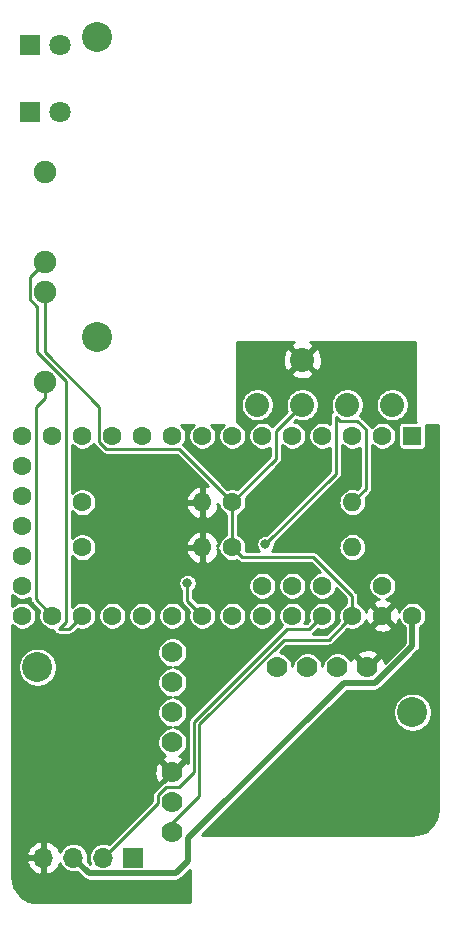
<source format=gbr>
G04 #@! TF.GenerationSoftware,KiCad,Pcbnew,(5.1.2)-2*
G04 #@! TF.CreationDate,2020-05-04T11:41:32-04:00*
G04 #@! TF.ProjectId,TeensyLC_DRV8871_MPRLS_Qwiic_v01,5465656e-7379-44c4-935f-445256383837,rev?*
G04 #@! TF.SameCoordinates,Original*
G04 #@! TF.FileFunction,Copper,L2,Bot*
G04 #@! TF.FilePolarity,Positive*
%FSLAX46Y46*%
G04 Gerber Fmt 4.6, Leading zero omitted, Abs format (unit mm)*
G04 Created by KiCad (PCBNEW (5.1.2)-2) date 2020-05-04 11:41:32*
%MOMM*%
%LPD*%
G04 APERTURE LIST*
%ADD10C,2.540000*%
%ADD11O,1.600000X1.600000*%
%ADD12C,1.600000*%
%ADD13C,1.778000*%
%ADD14O,1.700000X1.700000*%
%ADD15R,1.700000X1.700000*%
%ADD16R,1.600000X1.600000*%
%ADD17C,1.905000*%
%ADD18R,1.800000X1.800000*%
%ADD19C,1.800000*%
%ADD20C,2.032000*%
%ADD21C,0.800000*%
%ADD22C,0.250000*%
%ADD23C,0.508000*%
%ADD24C,0.254000*%
G04 APERTURE END LIST*
D10*
X33020000Y0D03*
D11*
X41910000Y-39370000D03*
D12*
X31750000Y-39370000D03*
D11*
X41910000Y-43180000D03*
D12*
X31750000Y-43180000D03*
D11*
X54610000Y-39370000D03*
D12*
X44450000Y-39370000D03*
D11*
X54610000Y-43180000D03*
D12*
X44450000Y-43180000D03*
D13*
X48260000Y-53340000D03*
X50800000Y-53340000D03*
X53340000Y-53340000D03*
X55880000Y-53340000D03*
D14*
X30990000Y-69460000D03*
D15*
X36070000Y-69460000D03*
D14*
X28450000Y-69460000D03*
X33530000Y-69460000D03*
D12*
X26670000Y-46430001D03*
X26670000Y-36270001D03*
X26670000Y-33730001D03*
X46990000Y-48970001D03*
X54610000Y-48970001D03*
X57150000Y-46430001D03*
X26670000Y-43890001D03*
X49530000Y-46430001D03*
X57150000Y-48970001D03*
X46990000Y-46430001D03*
X39370000Y-48970001D03*
X29210000Y-48970001D03*
X31750000Y-48970001D03*
X49530000Y-48970001D03*
X52070000Y-48970001D03*
X29210000Y-33730001D03*
X31750000Y-33730001D03*
X59690000Y-48970001D03*
X26670000Y-48970001D03*
X26670000Y-41350001D03*
X26670000Y-38810001D03*
X36830000Y-48970001D03*
X34290000Y-48970001D03*
X41910000Y-48970001D03*
X44450000Y-48970001D03*
X52070000Y-46430001D03*
X49530000Y-33730001D03*
X36830000Y-33730001D03*
X34290000Y-33730001D03*
X57150000Y-33730001D03*
X52070000Y-33730001D03*
X46990000Y-33730001D03*
X54610000Y-33730001D03*
X41910000Y-33730001D03*
D16*
X59690000Y-33730001D03*
D12*
X39370000Y-33730001D03*
X44450000Y-33730001D03*
D10*
X59690000Y-57150000D03*
X33020000Y-25400000D03*
X27940000Y-53340000D03*
D17*
X28575000Y-11430000D03*
X28575000Y-19050000D03*
X28575000Y-21590000D03*
X28575000Y-29210000D03*
D18*
X27305000Y-635000D03*
D19*
X29845000Y-635000D03*
X29845000Y-6350000D03*
D18*
X27305000Y-6350000D03*
D20*
X46545500Y-31115000D03*
X50355500Y-31115000D03*
X54165500Y-31115000D03*
X57975500Y-31115000D03*
X50355500Y-27305000D03*
D13*
X39370000Y-67310000D03*
X39370000Y-64770000D03*
X39370000Y-62230000D03*
X39370000Y-59690000D03*
X39370000Y-57150000D03*
X39370000Y-54610000D03*
X39370000Y-52070000D03*
D21*
X47244000Y-42926000D03*
X40640000Y-46228000D03*
D22*
X33164999Y-31272887D02*
X33164999Y-34270002D01*
X28575000Y-26682888D02*
X33164999Y-31272887D01*
X28575000Y-21590000D02*
X28575000Y-26682888D01*
X39370000Y-66566722D02*
X41656000Y-64280722D01*
X39370000Y-67310000D02*
X39370000Y-66566722D01*
X53810001Y-49770000D02*
X54610000Y-48970001D01*
X52584979Y-50995022D02*
X53810001Y-49770000D01*
X48808256Y-50995022D02*
X52584979Y-50995022D01*
X41656000Y-58147278D02*
X48808256Y-50995022D01*
X41656000Y-64280722D02*
X41656000Y-58147278D01*
X43650001Y-38570001D02*
X44450000Y-39370000D01*
X39935002Y-34855002D02*
X43650001Y-38570001D01*
X33749999Y-34855002D02*
X39935002Y-34855002D01*
X33164999Y-34270002D02*
X33749999Y-34855002D01*
X48115001Y-35704999D02*
X44450000Y-39370000D01*
X50355500Y-31115000D02*
X48115001Y-33355499D01*
X48115001Y-33355499D02*
X48115001Y-35704999D01*
X44450000Y-40501370D02*
X44450000Y-43180000D01*
X44450000Y-39370000D02*
X44450000Y-40501370D01*
X54610000Y-47838631D02*
X54610000Y-48970001D01*
X54610000Y-47304999D02*
X54610000Y-47838631D01*
X51285000Y-43979999D02*
X54610000Y-47304999D01*
X45249999Y-43979999D02*
X51285000Y-43979999D01*
X44450000Y-43180000D02*
X45249999Y-43979999D01*
X53195001Y-36974999D02*
X47244000Y-42926000D01*
X55735001Y-38244999D02*
X55735001Y-33190000D01*
X54610000Y-39370000D02*
X55735001Y-38244999D01*
X55735001Y-33190000D02*
X55001002Y-32456001D01*
X55001002Y-32456001D02*
X53521819Y-32456001D01*
X53521819Y-32456001D02*
X53195001Y-32129183D01*
X53195001Y-32129183D02*
X53195001Y-36974999D01*
X40640000Y-47700001D02*
X41910000Y-48970001D01*
X40640000Y-46228000D02*
X40640000Y-47700001D01*
X30335001Y-29079299D02*
X27925702Y-26670000D01*
X29750001Y-50095002D02*
X30335001Y-49510002D01*
X31750000Y-48970001D02*
X30624999Y-50095002D01*
X30624999Y-50095002D02*
X29750001Y-50095002D01*
X27622501Y-20002499D02*
X28575000Y-19050000D01*
X27297499Y-20327501D02*
X27622501Y-20002499D01*
X27297499Y-22203201D02*
X27297499Y-20327501D01*
X27925702Y-22831404D02*
X27297499Y-22203201D01*
X27925702Y-26670000D02*
X27925702Y-22831404D01*
X30335001Y-49510002D02*
X30335001Y-29079299D01*
X28575000Y-30557038D02*
X28575000Y-29210000D01*
X27795001Y-31337037D02*
X28575000Y-30557038D01*
X27795001Y-47555002D02*
X27795001Y-31337037D01*
X29210000Y-48970001D02*
X27795001Y-47555002D01*
X51270001Y-49770000D02*
X52070000Y-48970001D01*
X50944999Y-50095002D02*
X51270001Y-49770000D01*
X49071866Y-50095002D02*
X50944999Y-50095002D01*
X41205991Y-57960877D02*
X49071866Y-50095002D01*
X41205990Y-62190732D02*
X41205991Y-57960877D01*
X39896722Y-63500000D02*
X41205990Y-62190732D01*
X38843278Y-63500000D02*
X39896722Y-63500000D01*
X38155999Y-64187279D02*
X38843278Y-63500000D01*
X38155999Y-64834001D02*
X38155999Y-64187279D01*
X33530000Y-69460000D02*
X38155999Y-64834001D01*
D23*
X32294001Y-70764001D02*
X30990000Y-69460000D01*
X39683577Y-70764001D02*
X32294001Y-70764001D01*
X59690000Y-51517642D02*
X56524641Y-54683001D01*
X59690000Y-48970001D02*
X59690000Y-51517642D01*
X56524641Y-54683001D02*
X53859577Y-54683001D01*
X53859577Y-54683001D02*
X40713001Y-67829577D01*
X40713001Y-67829577D02*
X40713001Y-69734577D01*
X40713001Y-69734577D02*
X39683577Y-70764001D01*
D24*
G36*
X32695254Y-34464576D02*
G01*
X32695255Y-34464577D01*
X32742241Y-34552481D01*
X32805473Y-34629529D01*
X32824779Y-34645373D01*
X33374627Y-35195222D01*
X33390472Y-35214529D01*
X33467520Y-35277761D01*
X33555424Y-35324747D01*
X33650806Y-35353680D01*
X33749999Y-35363450D01*
X33774853Y-35361002D01*
X39725411Y-35361002D01*
X42389059Y-38024650D01*
X42259040Y-37978091D01*
X42037000Y-38099376D01*
X42037000Y-39243000D01*
X42057000Y-39243000D01*
X42057000Y-39497000D01*
X42037000Y-39497000D01*
X42037000Y-40640624D01*
X42259040Y-40761909D01*
X42523881Y-40667070D01*
X42765131Y-40522385D01*
X42973519Y-40333414D01*
X43141037Y-40107420D01*
X43261246Y-39853087D01*
X43301904Y-39719039D01*
X43179916Y-39497002D01*
X43271125Y-39497002D01*
X43314386Y-39714485D01*
X43403412Y-39929413D01*
X43532658Y-40122843D01*
X43697157Y-40287342D01*
X43890587Y-40416588D01*
X43944001Y-40438713D01*
X43944001Y-40476507D01*
X43944000Y-40476517D01*
X43944001Y-42111287D01*
X43890587Y-42133412D01*
X43697157Y-42262658D01*
X43532658Y-42427157D01*
X43403412Y-42620587D01*
X43314386Y-42835515D01*
X43271125Y-43052998D01*
X43179916Y-43052998D01*
X43301904Y-42830961D01*
X43261246Y-42696913D01*
X43141037Y-42442580D01*
X42973519Y-42216586D01*
X42765131Y-42027615D01*
X42523881Y-41882930D01*
X42259040Y-41788091D01*
X42037000Y-41909376D01*
X42037000Y-43053000D01*
X42057000Y-43053000D01*
X42057000Y-43307000D01*
X42037000Y-43307000D01*
X42037000Y-44450624D01*
X42259040Y-44571909D01*
X42523881Y-44477070D01*
X42765131Y-44332385D01*
X42973519Y-44143414D01*
X43141037Y-43917420D01*
X43261246Y-43663087D01*
X43301904Y-43529039D01*
X43179916Y-43307002D01*
X43271125Y-43307002D01*
X43314386Y-43524485D01*
X43403412Y-43739413D01*
X43532658Y-43932843D01*
X43697157Y-44097342D01*
X43890587Y-44226588D01*
X44105515Y-44315614D01*
X44333682Y-44361000D01*
X44566318Y-44361000D01*
X44794485Y-44315614D01*
X44847898Y-44293490D01*
X44874627Y-44320219D01*
X44890472Y-44339526D01*
X44967520Y-44402758D01*
X45055424Y-44449744D01*
X45128606Y-44471943D01*
X45150805Y-44478677D01*
X45160693Y-44479651D01*
X45225145Y-44485999D01*
X45225152Y-44485999D01*
X45249998Y-44488446D01*
X45274844Y-44485999D01*
X51075409Y-44485999D01*
X51857536Y-45268126D01*
X51725515Y-45294387D01*
X51510587Y-45383413D01*
X51317157Y-45512659D01*
X51152658Y-45677158D01*
X51023412Y-45870588D01*
X50934386Y-46085516D01*
X50889000Y-46313683D01*
X50889000Y-46546319D01*
X50934386Y-46774486D01*
X51023412Y-46989414D01*
X51152658Y-47182844D01*
X51317157Y-47347343D01*
X51510587Y-47476589D01*
X51725515Y-47565615D01*
X51953682Y-47611001D01*
X52186318Y-47611001D01*
X52414485Y-47565615D01*
X52629413Y-47476589D01*
X52822843Y-47347343D01*
X52987342Y-47182844D01*
X53116588Y-46989414D01*
X53205614Y-46774486D01*
X53231875Y-46642466D01*
X54104000Y-47514591D01*
X54104001Y-47813769D01*
X54104000Y-47813778D01*
X54104000Y-47901289D01*
X54050587Y-47923413D01*
X53857157Y-48052659D01*
X53692658Y-48217158D01*
X53563412Y-48410588D01*
X53474386Y-48625516D01*
X53429000Y-48853683D01*
X53429000Y-49086319D01*
X53474386Y-49314486D01*
X53496511Y-49367899D01*
X53469784Y-49394626D01*
X53469779Y-49394630D01*
X52375388Y-50489022D01*
X51262496Y-50489022D01*
X51304526Y-50454529D01*
X51320375Y-50435217D01*
X51672102Y-50083490D01*
X51725515Y-50105615D01*
X51953682Y-50151001D01*
X52186318Y-50151001D01*
X52414485Y-50105615D01*
X52629413Y-50016589D01*
X52822843Y-49887343D01*
X52987342Y-49722844D01*
X53116588Y-49529414D01*
X53205614Y-49314486D01*
X53251000Y-49086319D01*
X53251000Y-48853683D01*
X53205614Y-48625516D01*
X53116588Y-48410588D01*
X52987342Y-48217158D01*
X52822843Y-48052659D01*
X52629413Y-47923413D01*
X52414485Y-47834387D01*
X52186318Y-47789001D01*
X51953682Y-47789001D01*
X51725515Y-47834387D01*
X51510587Y-47923413D01*
X51317157Y-48052659D01*
X51152658Y-48217158D01*
X51023412Y-48410588D01*
X50934386Y-48625516D01*
X50889000Y-48853683D01*
X50889000Y-49086319D01*
X50934386Y-49314486D01*
X50956511Y-49367899D01*
X50735408Y-49589002D01*
X50536773Y-49589002D01*
X50576588Y-49529414D01*
X50665614Y-49314486D01*
X50711000Y-49086319D01*
X50711000Y-48853683D01*
X50665614Y-48625516D01*
X50576588Y-48410588D01*
X50447342Y-48217158D01*
X50282843Y-48052659D01*
X50089413Y-47923413D01*
X49874485Y-47834387D01*
X49646318Y-47789001D01*
X49413682Y-47789001D01*
X49185515Y-47834387D01*
X48970587Y-47923413D01*
X48777157Y-48052659D01*
X48612658Y-48217158D01*
X48483412Y-48410588D01*
X48394386Y-48625516D01*
X48349000Y-48853683D01*
X48349000Y-49086319D01*
X48394386Y-49314486D01*
X48483412Y-49529414D01*
X48612658Y-49722844D01*
X48670545Y-49780731D01*
X40865772Y-57585505D01*
X40846465Y-57601350D01*
X40783233Y-57678398D01*
X40758581Y-57724519D01*
X40736246Y-57766303D01*
X40707313Y-57861685D01*
X40697544Y-57960877D01*
X40699992Y-57985733D01*
X40699990Y-61474457D01*
X40679289Y-61435727D01*
X40426231Y-61353374D01*
X39549605Y-62230000D01*
X39563748Y-62244143D01*
X39384143Y-62423748D01*
X39370000Y-62409605D01*
X38782019Y-62997586D01*
X38753972Y-63000348D01*
X38744084Y-63001322D01*
X38721885Y-63008056D01*
X38648703Y-63030255D01*
X38560799Y-63077241D01*
X38483751Y-63140473D01*
X38467907Y-63159779D01*
X37815779Y-63811908D01*
X37796473Y-63827752D01*
X37733241Y-63904800D01*
X37723642Y-63922759D01*
X37686254Y-63992705D01*
X37657321Y-64088087D01*
X37647552Y-64187279D01*
X37650000Y-64212135D01*
X37649999Y-64624409D01*
X33967949Y-68306459D01*
X33771318Y-68246812D01*
X33590472Y-68229000D01*
X33469528Y-68229000D01*
X33288682Y-68246812D01*
X33056637Y-68317202D01*
X32842784Y-68431509D01*
X32655340Y-68585340D01*
X32501509Y-68772784D01*
X32387202Y-68986637D01*
X32316812Y-69218682D01*
X32293044Y-69460000D01*
X32316812Y-69701318D01*
X32387202Y-69933363D01*
X32416844Y-69988819D01*
X32186001Y-69757976D01*
X32203188Y-69701318D01*
X32226956Y-69460000D01*
X32203188Y-69218682D01*
X32132798Y-68986637D01*
X32018491Y-68772784D01*
X31864660Y-68585340D01*
X31677216Y-68431509D01*
X31463363Y-68317202D01*
X31231318Y-68246812D01*
X31050472Y-68229000D01*
X30929528Y-68229000D01*
X30748682Y-68246812D01*
X30516637Y-68317202D01*
X30302784Y-68431509D01*
X30115340Y-68585340D01*
X29961509Y-68772784D01*
X29848983Y-68983305D01*
X29794157Y-68828748D01*
X29645178Y-68578645D01*
X29450269Y-68362412D01*
X29216920Y-68188359D01*
X28954099Y-68063175D01*
X28806890Y-68018524D01*
X28577000Y-68139845D01*
X28577000Y-69333000D01*
X28597000Y-69333000D01*
X28597000Y-69587000D01*
X28577000Y-69587000D01*
X28577000Y-70780155D01*
X28806890Y-70901476D01*
X28954099Y-70856825D01*
X29216920Y-70731641D01*
X29450269Y-70557588D01*
X29645178Y-70341355D01*
X29794157Y-70091252D01*
X29848983Y-69936695D01*
X29961509Y-70147216D01*
X30115340Y-70334660D01*
X30302784Y-70488491D01*
X30516637Y-70602798D01*
X30748682Y-70673188D01*
X30929528Y-70691000D01*
X31050472Y-70691000D01*
X31231318Y-70673188D01*
X31287976Y-70656001D01*
X31822931Y-71190956D01*
X31842816Y-71215186D01*
X31867044Y-71235069D01*
X31939507Y-71294539D01*
X32037006Y-71346653D01*
X32049821Y-71353503D01*
X32169519Y-71389813D01*
X32262809Y-71399001D01*
X32262812Y-71399001D01*
X32294001Y-71402073D01*
X32325190Y-71399001D01*
X39652396Y-71399001D01*
X39683577Y-71402072D01*
X39714758Y-71399001D01*
X39714769Y-71399001D01*
X39808059Y-71389813D01*
X39927757Y-71353503D01*
X40038071Y-71294538D01*
X40134762Y-71215186D01*
X40154651Y-71190951D01*
X40869001Y-70476603D01*
X40869000Y-73254000D01*
X27959854Y-73254000D01*
X27525885Y-73211449D01*
X27127536Y-73091181D01*
X26760138Y-72895831D01*
X26437685Y-72632845D01*
X26172446Y-72312226D01*
X25974539Y-71946204D01*
X25851494Y-71548708D01*
X25806000Y-71115863D01*
X25806000Y-69816891D01*
X27008519Y-69816891D01*
X27105843Y-70091252D01*
X27254822Y-70341355D01*
X27449731Y-70557588D01*
X27683080Y-70731641D01*
X27945901Y-70856825D01*
X28093110Y-70901476D01*
X28323000Y-70780155D01*
X28323000Y-69587000D01*
X27129186Y-69587000D01*
X27008519Y-69816891D01*
X25806000Y-69816891D01*
X25806000Y-69103109D01*
X27008519Y-69103109D01*
X27129186Y-69333000D01*
X28323000Y-69333000D01*
X28323000Y-68139845D01*
X28093110Y-68018524D01*
X27945901Y-68063175D01*
X27683080Y-68188359D01*
X27449731Y-68362412D01*
X27254822Y-68578645D01*
X27105843Y-68828748D01*
X27008519Y-69103109D01*
X25806000Y-69103109D01*
X25806000Y-62296988D01*
X37840092Y-62296988D01*
X37882557Y-62594171D01*
X37982184Y-62877359D01*
X38060711Y-63024273D01*
X38313769Y-63106626D01*
X39190395Y-62230000D01*
X38313769Y-61353374D01*
X38060711Y-61435727D01*
X37930914Y-61706418D01*
X37856420Y-61997230D01*
X37840092Y-62296988D01*
X25806000Y-62296988D01*
X25806000Y-53177391D01*
X26289000Y-53177391D01*
X26289000Y-53502609D01*
X26352447Y-53821579D01*
X26476903Y-54122042D01*
X26657585Y-54392451D01*
X26887549Y-54622415D01*
X27157958Y-54803097D01*
X27458421Y-54927553D01*
X27777391Y-54991000D01*
X28102609Y-54991000D01*
X28421579Y-54927553D01*
X28722042Y-54803097D01*
X28992451Y-54622415D01*
X29222415Y-54392451D01*
X29403097Y-54122042D01*
X29527553Y-53821579D01*
X29591000Y-53502609D01*
X29591000Y-53177391D01*
X29527553Y-52858421D01*
X29403097Y-52557958D01*
X29222415Y-52287549D01*
X28992451Y-52057585D01*
X28823831Y-51944916D01*
X38100000Y-51944916D01*
X38100000Y-52195084D01*
X38148805Y-52440445D01*
X38244541Y-52671571D01*
X38383527Y-52879578D01*
X38560422Y-53056473D01*
X38768429Y-53195459D01*
X38999555Y-53291195D01*
X39244916Y-53340000D01*
X38999555Y-53388805D01*
X38768429Y-53484541D01*
X38560422Y-53623527D01*
X38383527Y-53800422D01*
X38244541Y-54008429D01*
X38148805Y-54239555D01*
X38100000Y-54484916D01*
X38100000Y-54735084D01*
X38148805Y-54980445D01*
X38244541Y-55211571D01*
X38383527Y-55419578D01*
X38560422Y-55596473D01*
X38768429Y-55735459D01*
X38999555Y-55831195D01*
X39244916Y-55880000D01*
X38999555Y-55928805D01*
X38768429Y-56024541D01*
X38560422Y-56163527D01*
X38383527Y-56340422D01*
X38244541Y-56548429D01*
X38148805Y-56779555D01*
X38100000Y-57024916D01*
X38100000Y-57275084D01*
X38148805Y-57520445D01*
X38244541Y-57751571D01*
X38383527Y-57959578D01*
X38560422Y-58136473D01*
X38768429Y-58275459D01*
X38999555Y-58371195D01*
X39244916Y-58420000D01*
X38999555Y-58468805D01*
X38768429Y-58564541D01*
X38560422Y-58703527D01*
X38383527Y-58880422D01*
X38244541Y-59088429D01*
X38148805Y-59319555D01*
X38100000Y-59564916D01*
X38100000Y-59815084D01*
X38148805Y-60060445D01*
X38244541Y-60291571D01*
X38383527Y-60499578D01*
X38560422Y-60676473D01*
X38768429Y-60815459D01*
X38782288Y-60821200D01*
X38722641Y-60842184D01*
X38575727Y-60920711D01*
X38493374Y-61173769D01*
X39370000Y-62050395D01*
X40246626Y-61173769D01*
X40164273Y-60920711D01*
X39957192Y-60821415D01*
X39971571Y-60815459D01*
X40179578Y-60676473D01*
X40356473Y-60499578D01*
X40495459Y-60291571D01*
X40591195Y-60060445D01*
X40640000Y-59815084D01*
X40640000Y-59564916D01*
X40591195Y-59319555D01*
X40495459Y-59088429D01*
X40356473Y-58880422D01*
X40179578Y-58703527D01*
X39971571Y-58564541D01*
X39740445Y-58468805D01*
X39495084Y-58420000D01*
X39740445Y-58371195D01*
X39971571Y-58275459D01*
X40179578Y-58136473D01*
X40356473Y-57959578D01*
X40495459Y-57751571D01*
X40591195Y-57520445D01*
X40640000Y-57275084D01*
X40640000Y-57024916D01*
X40591195Y-56779555D01*
X40495459Y-56548429D01*
X40356473Y-56340422D01*
X40179578Y-56163527D01*
X39971571Y-56024541D01*
X39740445Y-55928805D01*
X39495084Y-55880000D01*
X39740445Y-55831195D01*
X39971571Y-55735459D01*
X40179578Y-55596473D01*
X40356473Y-55419578D01*
X40495459Y-55211571D01*
X40591195Y-54980445D01*
X40640000Y-54735084D01*
X40640000Y-54484916D01*
X40591195Y-54239555D01*
X40495459Y-54008429D01*
X40356473Y-53800422D01*
X40179578Y-53623527D01*
X39971571Y-53484541D01*
X39740445Y-53388805D01*
X39495084Y-53340000D01*
X39740445Y-53291195D01*
X39971571Y-53195459D01*
X40179578Y-53056473D01*
X40356473Y-52879578D01*
X40495459Y-52671571D01*
X40591195Y-52440445D01*
X40640000Y-52195084D01*
X40640000Y-51944916D01*
X40591195Y-51699555D01*
X40495459Y-51468429D01*
X40356473Y-51260422D01*
X40179578Y-51083527D01*
X39971571Y-50944541D01*
X39740445Y-50848805D01*
X39495084Y-50800000D01*
X39244916Y-50800000D01*
X38999555Y-50848805D01*
X38768429Y-50944541D01*
X38560422Y-51083527D01*
X38383527Y-51260422D01*
X38244541Y-51468429D01*
X38148805Y-51699555D01*
X38100000Y-51944916D01*
X28823831Y-51944916D01*
X28722042Y-51876903D01*
X28421579Y-51752447D01*
X28102609Y-51689000D01*
X27777391Y-51689000D01*
X27458421Y-51752447D01*
X27157958Y-51876903D01*
X26887549Y-52057585D01*
X26657585Y-52287549D01*
X26476903Y-52557958D01*
X26352447Y-52858421D01*
X26289000Y-53177391D01*
X25806000Y-53177391D01*
X25806000Y-49776186D01*
X25917157Y-49887343D01*
X26110587Y-50016589D01*
X26325515Y-50105615D01*
X26553682Y-50151001D01*
X26786318Y-50151001D01*
X27014485Y-50105615D01*
X27229413Y-50016589D01*
X27422843Y-49887343D01*
X27587342Y-49722844D01*
X27716588Y-49529414D01*
X27805614Y-49314486D01*
X27851000Y-49086319D01*
X27851000Y-48853683D01*
X27805614Y-48625516D01*
X27716588Y-48410588D01*
X27587342Y-48217158D01*
X27422843Y-48052659D01*
X27229413Y-47923413D01*
X27014485Y-47834387D01*
X26786318Y-47789001D01*
X26553682Y-47789001D01*
X26325515Y-47834387D01*
X26110587Y-47923413D01*
X25917157Y-48052659D01*
X25806000Y-48163816D01*
X25806000Y-47236186D01*
X25917157Y-47347343D01*
X26110587Y-47476589D01*
X26325515Y-47565615D01*
X26553682Y-47611001D01*
X26786318Y-47611001D01*
X27014485Y-47565615D01*
X27229413Y-47476589D01*
X27289001Y-47436774D01*
X27289001Y-47530156D01*
X27286554Y-47555002D01*
X27289001Y-47579848D01*
X27289001Y-47579855D01*
X27296323Y-47654194D01*
X27325256Y-47749576D01*
X27372242Y-47837481D01*
X27435474Y-47914529D01*
X27454786Y-47930378D01*
X28096510Y-48572103D01*
X28074386Y-48625516D01*
X28029000Y-48853683D01*
X28029000Y-49086319D01*
X28074386Y-49314486D01*
X28163412Y-49529414D01*
X28292658Y-49722844D01*
X28457157Y-49887343D01*
X28650587Y-50016589D01*
X28865515Y-50105615D01*
X29093682Y-50151001D01*
X29247069Y-50151001D01*
X29251323Y-50194195D01*
X29280256Y-50289577D01*
X29327242Y-50377481D01*
X29390474Y-50454529D01*
X29467522Y-50517761D01*
X29555426Y-50564747D01*
X29650808Y-50593680D01*
X29725147Y-50601002D01*
X29725155Y-50601002D01*
X29750001Y-50603449D01*
X29774847Y-50601002D01*
X30600153Y-50601002D01*
X30624999Y-50603449D01*
X30649845Y-50601002D01*
X30649853Y-50601002D01*
X30724192Y-50593680D01*
X30819574Y-50564747D01*
X30907478Y-50517761D01*
X30984526Y-50454529D01*
X31000375Y-50435217D01*
X31352102Y-50083491D01*
X31405515Y-50105615D01*
X31633682Y-50151001D01*
X31866318Y-50151001D01*
X32094485Y-50105615D01*
X32309413Y-50016589D01*
X32502843Y-49887343D01*
X32667342Y-49722844D01*
X32796588Y-49529414D01*
X32885614Y-49314486D01*
X32931000Y-49086319D01*
X32931000Y-48853683D01*
X33109000Y-48853683D01*
X33109000Y-49086319D01*
X33154386Y-49314486D01*
X33243412Y-49529414D01*
X33372658Y-49722844D01*
X33537157Y-49887343D01*
X33730587Y-50016589D01*
X33945515Y-50105615D01*
X34173682Y-50151001D01*
X34406318Y-50151001D01*
X34634485Y-50105615D01*
X34849413Y-50016589D01*
X35042843Y-49887343D01*
X35207342Y-49722844D01*
X35336588Y-49529414D01*
X35425614Y-49314486D01*
X35471000Y-49086319D01*
X35471000Y-48853683D01*
X35649000Y-48853683D01*
X35649000Y-49086319D01*
X35694386Y-49314486D01*
X35783412Y-49529414D01*
X35912658Y-49722844D01*
X36077157Y-49887343D01*
X36270587Y-50016589D01*
X36485515Y-50105615D01*
X36713682Y-50151001D01*
X36946318Y-50151001D01*
X37174485Y-50105615D01*
X37389413Y-50016589D01*
X37582843Y-49887343D01*
X37747342Y-49722844D01*
X37876588Y-49529414D01*
X37965614Y-49314486D01*
X38011000Y-49086319D01*
X38011000Y-48853683D01*
X38189000Y-48853683D01*
X38189000Y-49086319D01*
X38234386Y-49314486D01*
X38323412Y-49529414D01*
X38452658Y-49722844D01*
X38617157Y-49887343D01*
X38810587Y-50016589D01*
X39025515Y-50105615D01*
X39253682Y-50151001D01*
X39486318Y-50151001D01*
X39714485Y-50105615D01*
X39929413Y-50016589D01*
X40122843Y-49887343D01*
X40287342Y-49722844D01*
X40416588Y-49529414D01*
X40505614Y-49314486D01*
X40551000Y-49086319D01*
X40551000Y-48853683D01*
X40505614Y-48625516D01*
X40416588Y-48410588D01*
X40287342Y-48217158D01*
X40122843Y-48052659D01*
X39929413Y-47923413D01*
X39714485Y-47834387D01*
X39486318Y-47789001D01*
X39253682Y-47789001D01*
X39025515Y-47834387D01*
X38810587Y-47923413D01*
X38617157Y-48052659D01*
X38452658Y-48217158D01*
X38323412Y-48410588D01*
X38234386Y-48625516D01*
X38189000Y-48853683D01*
X38011000Y-48853683D01*
X37965614Y-48625516D01*
X37876588Y-48410588D01*
X37747342Y-48217158D01*
X37582843Y-48052659D01*
X37389413Y-47923413D01*
X37174485Y-47834387D01*
X36946318Y-47789001D01*
X36713682Y-47789001D01*
X36485515Y-47834387D01*
X36270587Y-47923413D01*
X36077157Y-48052659D01*
X35912658Y-48217158D01*
X35783412Y-48410588D01*
X35694386Y-48625516D01*
X35649000Y-48853683D01*
X35471000Y-48853683D01*
X35425614Y-48625516D01*
X35336588Y-48410588D01*
X35207342Y-48217158D01*
X35042843Y-48052659D01*
X34849413Y-47923413D01*
X34634485Y-47834387D01*
X34406318Y-47789001D01*
X34173682Y-47789001D01*
X33945515Y-47834387D01*
X33730587Y-47923413D01*
X33537157Y-48052659D01*
X33372658Y-48217158D01*
X33243412Y-48410588D01*
X33154386Y-48625516D01*
X33109000Y-48853683D01*
X32931000Y-48853683D01*
X32885614Y-48625516D01*
X32796588Y-48410588D01*
X32667342Y-48217158D01*
X32502843Y-48052659D01*
X32309413Y-47923413D01*
X32094485Y-47834387D01*
X31866318Y-47789001D01*
X31633682Y-47789001D01*
X31405515Y-47834387D01*
X31190587Y-47923413D01*
X30997157Y-48052659D01*
X30841001Y-48208815D01*
X30841001Y-46151078D01*
X39859000Y-46151078D01*
X39859000Y-46304922D01*
X39889013Y-46455809D01*
X39947887Y-46597942D01*
X40033358Y-46725859D01*
X40134000Y-46826501D01*
X40134001Y-47675145D01*
X40131553Y-47700001D01*
X40141322Y-47799193D01*
X40170255Y-47894575D01*
X40180921Y-47914529D01*
X40217242Y-47982480D01*
X40280474Y-48059528D01*
X40299780Y-48075372D01*
X40796510Y-48572103D01*
X40774386Y-48625516D01*
X40729000Y-48853683D01*
X40729000Y-49086319D01*
X40774386Y-49314486D01*
X40863412Y-49529414D01*
X40992658Y-49722844D01*
X41157157Y-49887343D01*
X41350587Y-50016589D01*
X41565515Y-50105615D01*
X41793682Y-50151001D01*
X42026318Y-50151001D01*
X42254485Y-50105615D01*
X42469413Y-50016589D01*
X42662843Y-49887343D01*
X42827342Y-49722844D01*
X42956588Y-49529414D01*
X43045614Y-49314486D01*
X43091000Y-49086319D01*
X43091000Y-48853683D01*
X43269000Y-48853683D01*
X43269000Y-49086319D01*
X43314386Y-49314486D01*
X43403412Y-49529414D01*
X43532658Y-49722844D01*
X43697157Y-49887343D01*
X43890587Y-50016589D01*
X44105515Y-50105615D01*
X44333682Y-50151001D01*
X44566318Y-50151001D01*
X44794485Y-50105615D01*
X45009413Y-50016589D01*
X45202843Y-49887343D01*
X45367342Y-49722844D01*
X45496588Y-49529414D01*
X45585614Y-49314486D01*
X45631000Y-49086319D01*
X45631000Y-48853683D01*
X45809000Y-48853683D01*
X45809000Y-49086319D01*
X45854386Y-49314486D01*
X45943412Y-49529414D01*
X46072658Y-49722844D01*
X46237157Y-49887343D01*
X46430587Y-50016589D01*
X46645515Y-50105615D01*
X46873682Y-50151001D01*
X47106318Y-50151001D01*
X47334485Y-50105615D01*
X47549413Y-50016589D01*
X47742843Y-49887343D01*
X47907342Y-49722844D01*
X48036588Y-49529414D01*
X48125614Y-49314486D01*
X48171000Y-49086319D01*
X48171000Y-48853683D01*
X48125614Y-48625516D01*
X48036588Y-48410588D01*
X47907342Y-48217158D01*
X47742843Y-48052659D01*
X47549413Y-47923413D01*
X47334485Y-47834387D01*
X47106318Y-47789001D01*
X46873682Y-47789001D01*
X46645515Y-47834387D01*
X46430587Y-47923413D01*
X46237157Y-48052659D01*
X46072658Y-48217158D01*
X45943412Y-48410588D01*
X45854386Y-48625516D01*
X45809000Y-48853683D01*
X45631000Y-48853683D01*
X45585614Y-48625516D01*
X45496588Y-48410588D01*
X45367342Y-48217158D01*
X45202843Y-48052659D01*
X45009413Y-47923413D01*
X44794485Y-47834387D01*
X44566318Y-47789001D01*
X44333682Y-47789001D01*
X44105515Y-47834387D01*
X43890587Y-47923413D01*
X43697157Y-48052659D01*
X43532658Y-48217158D01*
X43403412Y-48410588D01*
X43314386Y-48625516D01*
X43269000Y-48853683D01*
X43091000Y-48853683D01*
X43045614Y-48625516D01*
X42956588Y-48410588D01*
X42827342Y-48217158D01*
X42662843Y-48052659D01*
X42469413Y-47923413D01*
X42254485Y-47834387D01*
X42026318Y-47789001D01*
X41793682Y-47789001D01*
X41565515Y-47834387D01*
X41512102Y-47856511D01*
X41146000Y-47490410D01*
X41146000Y-46826501D01*
X41246642Y-46725859D01*
X41332113Y-46597942D01*
X41390987Y-46455809D01*
X41419257Y-46313683D01*
X45809000Y-46313683D01*
X45809000Y-46546319D01*
X45854386Y-46774486D01*
X45943412Y-46989414D01*
X46072658Y-47182844D01*
X46237157Y-47347343D01*
X46430587Y-47476589D01*
X46645515Y-47565615D01*
X46873682Y-47611001D01*
X47106318Y-47611001D01*
X47334485Y-47565615D01*
X47549413Y-47476589D01*
X47742843Y-47347343D01*
X47907342Y-47182844D01*
X48036588Y-46989414D01*
X48125614Y-46774486D01*
X48171000Y-46546319D01*
X48171000Y-46313683D01*
X48349000Y-46313683D01*
X48349000Y-46546319D01*
X48394386Y-46774486D01*
X48483412Y-46989414D01*
X48612658Y-47182844D01*
X48777157Y-47347343D01*
X48970587Y-47476589D01*
X49185515Y-47565615D01*
X49413682Y-47611001D01*
X49646318Y-47611001D01*
X49874485Y-47565615D01*
X50089413Y-47476589D01*
X50282843Y-47347343D01*
X50447342Y-47182844D01*
X50576588Y-46989414D01*
X50665614Y-46774486D01*
X50711000Y-46546319D01*
X50711000Y-46313683D01*
X50665614Y-46085516D01*
X50576588Y-45870588D01*
X50447342Y-45677158D01*
X50282843Y-45512659D01*
X50089413Y-45383413D01*
X49874485Y-45294387D01*
X49646318Y-45249001D01*
X49413682Y-45249001D01*
X49185515Y-45294387D01*
X48970587Y-45383413D01*
X48777157Y-45512659D01*
X48612658Y-45677158D01*
X48483412Y-45870588D01*
X48394386Y-46085516D01*
X48349000Y-46313683D01*
X48171000Y-46313683D01*
X48125614Y-46085516D01*
X48036588Y-45870588D01*
X47907342Y-45677158D01*
X47742843Y-45512659D01*
X47549413Y-45383413D01*
X47334485Y-45294387D01*
X47106318Y-45249001D01*
X46873682Y-45249001D01*
X46645515Y-45294387D01*
X46430587Y-45383413D01*
X46237157Y-45512659D01*
X46072658Y-45677158D01*
X45943412Y-45870588D01*
X45854386Y-46085516D01*
X45809000Y-46313683D01*
X41419257Y-46313683D01*
X41421000Y-46304922D01*
X41421000Y-46151078D01*
X41390987Y-46000191D01*
X41332113Y-45858058D01*
X41246642Y-45730141D01*
X41137859Y-45621358D01*
X41009942Y-45535887D01*
X40867809Y-45477013D01*
X40716922Y-45447000D01*
X40563078Y-45447000D01*
X40412191Y-45477013D01*
X40270058Y-45535887D01*
X40142141Y-45621358D01*
X40033358Y-45730141D01*
X39947887Y-45858058D01*
X39889013Y-46000191D01*
X39859000Y-46151078D01*
X30841001Y-46151078D01*
X30841001Y-43941186D01*
X30997157Y-44097342D01*
X31190587Y-44226588D01*
X31405515Y-44315614D01*
X31633682Y-44361000D01*
X31866318Y-44361000D01*
X32094485Y-44315614D01*
X32309413Y-44226588D01*
X32502843Y-44097342D01*
X32667342Y-43932843D01*
X32796588Y-43739413D01*
X32883727Y-43529039D01*
X40518096Y-43529039D01*
X40558754Y-43663087D01*
X40678963Y-43917420D01*
X40846481Y-44143414D01*
X41054869Y-44332385D01*
X41296119Y-44477070D01*
X41560960Y-44571909D01*
X41783000Y-44450624D01*
X41783000Y-43307000D01*
X40640085Y-43307000D01*
X40518096Y-43529039D01*
X32883727Y-43529039D01*
X32885614Y-43524485D01*
X32931000Y-43296318D01*
X32931000Y-43063682D01*
X32885614Y-42835515D01*
X32883728Y-42830961D01*
X40518096Y-42830961D01*
X40640085Y-43053000D01*
X41783000Y-43053000D01*
X41783000Y-41909376D01*
X41560960Y-41788091D01*
X41296119Y-41882930D01*
X41054869Y-42027615D01*
X40846481Y-42216586D01*
X40678963Y-42442580D01*
X40558754Y-42696913D01*
X40518096Y-42830961D01*
X32883728Y-42830961D01*
X32796588Y-42620587D01*
X32667342Y-42427157D01*
X32502843Y-42262658D01*
X32309413Y-42133412D01*
X32094485Y-42044386D01*
X31866318Y-41999000D01*
X31633682Y-41999000D01*
X31405515Y-42044386D01*
X31190587Y-42133412D01*
X30997157Y-42262658D01*
X30841001Y-42418814D01*
X30841001Y-40131186D01*
X30997157Y-40287342D01*
X31190587Y-40416588D01*
X31405515Y-40505614D01*
X31633682Y-40551000D01*
X31866318Y-40551000D01*
X32094485Y-40505614D01*
X32309413Y-40416588D01*
X32502843Y-40287342D01*
X32667342Y-40122843D01*
X32796588Y-39929413D01*
X32883727Y-39719039D01*
X40518096Y-39719039D01*
X40558754Y-39853087D01*
X40678963Y-40107420D01*
X40846481Y-40333414D01*
X41054869Y-40522385D01*
X41296119Y-40667070D01*
X41560960Y-40761909D01*
X41783000Y-40640624D01*
X41783000Y-39497000D01*
X40640085Y-39497000D01*
X40518096Y-39719039D01*
X32883727Y-39719039D01*
X32885614Y-39714485D01*
X32931000Y-39486318D01*
X32931000Y-39253682D01*
X32885614Y-39025515D01*
X32883728Y-39020961D01*
X40518096Y-39020961D01*
X40640085Y-39243000D01*
X41783000Y-39243000D01*
X41783000Y-38099376D01*
X41560960Y-37978091D01*
X41296119Y-38072930D01*
X41054869Y-38217615D01*
X40846481Y-38406586D01*
X40678963Y-38632580D01*
X40558754Y-38886913D01*
X40518096Y-39020961D01*
X32883728Y-39020961D01*
X32796588Y-38810587D01*
X32667342Y-38617157D01*
X32502843Y-38452658D01*
X32309413Y-38323412D01*
X32094485Y-38234386D01*
X31866318Y-38189000D01*
X31633682Y-38189000D01*
X31405515Y-38234386D01*
X31190587Y-38323412D01*
X30997157Y-38452658D01*
X30841001Y-38608814D01*
X30841001Y-34491187D01*
X30997157Y-34647343D01*
X31190587Y-34776589D01*
X31405515Y-34865615D01*
X31633682Y-34911001D01*
X31866318Y-34911001D01*
X32094485Y-34865615D01*
X32309413Y-34776589D01*
X32502843Y-34647343D01*
X32667342Y-34482844D01*
X32690350Y-34448410D01*
X32695254Y-34464576D01*
X32695254Y-34464576D01*
G37*
X32695254Y-34464576D02*
X32695255Y-34464577D01*
X32742241Y-34552481D01*
X32805473Y-34629529D01*
X32824779Y-34645373D01*
X33374627Y-35195222D01*
X33390472Y-35214529D01*
X33467520Y-35277761D01*
X33555424Y-35324747D01*
X33650806Y-35353680D01*
X33749999Y-35363450D01*
X33774853Y-35361002D01*
X39725411Y-35361002D01*
X42389059Y-38024650D01*
X42259040Y-37978091D01*
X42037000Y-38099376D01*
X42037000Y-39243000D01*
X42057000Y-39243000D01*
X42057000Y-39497000D01*
X42037000Y-39497000D01*
X42037000Y-40640624D01*
X42259040Y-40761909D01*
X42523881Y-40667070D01*
X42765131Y-40522385D01*
X42973519Y-40333414D01*
X43141037Y-40107420D01*
X43261246Y-39853087D01*
X43301904Y-39719039D01*
X43179916Y-39497002D01*
X43271125Y-39497002D01*
X43314386Y-39714485D01*
X43403412Y-39929413D01*
X43532658Y-40122843D01*
X43697157Y-40287342D01*
X43890587Y-40416588D01*
X43944001Y-40438713D01*
X43944001Y-40476507D01*
X43944000Y-40476517D01*
X43944001Y-42111287D01*
X43890587Y-42133412D01*
X43697157Y-42262658D01*
X43532658Y-42427157D01*
X43403412Y-42620587D01*
X43314386Y-42835515D01*
X43271125Y-43052998D01*
X43179916Y-43052998D01*
X43301904Y-42830961D01*
X43261246Y-42696913D01*
X43141037Y-42442580D01*
X42973519Y-42216586D01*
X42765131Y-42027615D01*
X42523881Y-41882930D01*
X42259040Y-41788091D01*
X42037000Y-41909376D01*
X42037000Y-43053000D01*
X42057000Y-43053000D01*
X42057000Y-43307000D01*
X42037000Y-43307000D01*
X42037000Y-44450624D01*
X42259040Y-44571909D01*
X42523881Y-44477070D01*
X42765131Y-44332385D01*
X42973519Y-44143414D01*
X43141037Y-43917420D01*
X43261246Y-43663087D01*
X43301904Y-43529039D01*
X43179916Y-43307002D01*
X43271125Y-43307002D01*
X43314386Y-43524485D01*
X43403412Y-43739413D01*
X43532658Y-43932843D01*
X43697157Y-44097342D01*
X43890587Y-44226588D01*
X44105515Y-44315614D01*
X44333682Y-44361000D01*
X44566318Y-44361000D01*
X44794485Y-44315614D01*
X44847898Y-44293490D01*
X44874627Y-44320219D01*
X44890472Y-44339526D01*
X44967520Y-44402758D01*
X45055424Y-44449744D01*
X45128606Y-44471943D01*
X45150805Y-44478677D01*
X45160693Y-44479651D01*
X45225145Y-44485999D01*
X45225152Y-44485999D01*
X45249998Y-44488446D01*
X45274844Y-44485999D01*
X51075409Y-44485999D01*
X51857536Y-45268126D01*
X51725515Y-45294387D01*
X51510587Y-45383413D01*
X51317157Y-45512659D01*
X51152658Y-45677158D01*
X51023412Y-45870588D01*
X50934386Y-46085516D01*
X50889000Y-46313683D01*
X50889000Y-46546319D01*
X50934386Y-46774486D01*
X51023412Y-46989414D01*
X51152658Y-47182844D01*
X51317157Y-47347343D01*
X51510587Y-47476589D01*
X51725515Y-47565615D01*
X51953682Y-47611001D01*
X52186318Y-47611001D01*
X52414485Y-47565615D01*
X52629413Y-47476589D01*
X52822843Y-47347343D01*
X52987342Y-47182844D01*
X53116588Y-46989414D01*
X53205614Y-46774486D01*
X53231875Y-46642466D01*
X54104000Y-47514591D01*
X54104001Y-47813769D01*
X54104000Y-47813778D01*
X54104000Y-47901289D01*
X54050587Y-47923413D01*
X53857157Y-48052659D01*
X53692658Y-48217158D01*
X53563412Y-48410588D01*
X53474386Y-48625516D01*
X53429000Y-48853683D01*
X53429000Y-49086319D01*
X53474386Y-49314486D01*
X53496511Y-49367899D01*
X53469784Y-49394626D01*
X53469779Y-49394630D01*
X52375388Y-50489022D01*
X51262496Y-50489022D01*
X51304526Y-50454529D01*
X51320375Y-50435217D01*
X51672102Y-50083490D01*
X51725515Y-50105615D01*
X51953682Y-50151001D01*
X52186318Y-50151001D01*
X52414485Y-50105615D01*
X52629413Y-50016589D01*
X52822843Y-49887343D01*
X52987342Y-49722844D01*
X53116588Y-49529414D01*
X53205614Y-49314486D01*
X53251000Y-49086319D01*
X53251000Y-48853683D01*
X53205614Y-48625516D01*
X53116588Y-48410588D01*
X52987342Y-48217158D01*
X52822843Y-48052659D01*
X52629413Y-47923413D01*
X52414485Y-47834387D01*
X52186318Y-47789001D01*
X51953682Y-47789001D01*
X51725515Y-47834387D01*
X51510587Y-47923413D01*
X51317157Y-48052659D01*
X51152658Y-48217158D01*
X51023412Y-48410588D01*
X50934386Y-48625516D01*
X50889000Y-48853683D01*
X50889000Y-49086319D01*
X50934386Y-49314486D01*
X50956511Y-49367899D01*
X50735408Y-49589002D01*
X50536773Y-49589002D01*
X50576588Y-49529414D01*
X50665614Y-49314486D01*
X50711000Y-49086319D01*
X50711000Y-48853683D01*
X50665614Y-48625516D01*
X50576588Y-48410588D01*
X50447342Y-48217158D01*
X50282843Y-48052659D01*
X50089413Y-47923413D01*
X49874485Y-47834387D01*
X49646318Y-47789001D01*
X49413682Y-47789001D01*
X49185515Y-47834387D01*
X48970587Y-47923413D01*
X48777157Y-48052659D01*
X48612658Y-48217158D01*
X48483412Y-48410588D01*
X48394386Y-48625516D01*
X48349000Y-48853683D01*
X48349000Y-49086319D01*
X48394386Y-49314486D01*
X48483412Y-49529414D01*
X48612658Y-49722844D01*
X48670545Y-49780731D01*
X40865772Y-57585505D01*
X40846465Y-57601350D01*
X40783233Y-57678398D01*
X40758581Y-57724519D01*
X40736246Y-57766303D01*
X40707313Y-57861685D01*
X40697544Y-57960877D01*
X40699992Y-57985733D01*
X40699990Y-61474457D01*
X40679289Y-61435727D01*
X40426231Y-61353374D01*
X39549605Y-62230000D01*
X39563748Y-62244143D01*
X39384143Y-62423748D01*
X39370000Y-62409605D01*
X38782019Y-62997586D01*
X38753972Y-63000348D01*
X38744084Y-63001322D01*
X38721885Y-63008056D01*
X38648703Y-63030255D01*
X38560799Y-63077241D01*
X38483751Y-63140473D01*
X38467907Y-63159779D01*
X37815779Y-63811908D01*
X37796473Y-63827752D01*
X37733241Y-63904800D01*
X37723642Y-63922759D01*
X37686254Y-63992705D01*
X37657321Y-64088087D01*
X37647552Y-64187279D01*
X37650000Y-64212135D01*
X37649999Y-64624409D01*
X33967949Y-68306459D01*
X33771318Y-68246812D01*
X33590472Y-68229000D01*
X33469528Y-68229000D01*
X33288682Y-68246812D01*
X33056637Y-68317202D01*
X32842784Y-68431509D01*
X32655340Y-68585340D01*
X32501509Y-68772784D01*
X32387202Y-68986637D01*
X32316812Y-69218682D01*
X32293044Y-69460000D01*
X32316812Y-69701318D01*
X32387202Y-69933363D01*
X32416844Y-69988819D01*
X32186001Y-69757976D01*
X32203188Y-69701318D01*
X32226956Y-69460000D01*
X32203188Y-69218682D01*
X32132798Y-68986637D01*
X32018491Y-68772784D01*
X31864660Y-68585340D01*
X31677216Y-68431509D01*
X31463363Y-68317202D01*
X31231318Y-68246812D01*
X31050472Y-68229000D01*
X30929528Y-68229000D01*
X30748682Y-68246812D01*
X30516637Y-68317202D01*
X30302784Y-68431509D01*
X30115340Y-68585340D01*
X29961509Y-68772784D01*
X29848983Y-68983305D01*
X29794157Y-68828748D01*
X29645178Y-68578645D01*
X29450269Y-68362412D01*
X29216920Y-68188359D01*
X28954099Y-68063175D01*
X28806890Y-68018524D01*
X28577000Y-68139845D01*
X28577000Y-69333000D01*
X28597000Y-69333000D01*
X28597000Y-69587000D01*
X28577000Y-69587000D01*
X28577000Y-70780155D01*
X28806890Y-70901476D01*
X28954099Y-70856825D01*
X29216920Y-70731641D01*
X29450269Y-70557588D01*
X29645178Y-70341355D01*
X29794157Y-70091252D01*
X29848983Y-69936695D01*
X29961509Y-70147216D01*
X30115340Y-70334660D01*
X30302784Y-70488491D01*
X30516637Y-70602798D01*
X30748682Y-70673188D01*
X30929528Y-70691000D01*
X31050472Y-70691000D01*
X31231318Y-70673188D01*
X31287976Y-70656001D01*
X31822931Y-71190956D01*
X31842816Y-71215186D01*
X31867044Y-71235069D01*
X31939507Y-71294539D01*
X32037006Y-71346653D01*
X32049821Y-71353503D01*
X32169519Y-71389813D01*
X32262809Y-71399001D01*
X32262812Y-71399001D01*
X32294001Y-71402073D01*
X32325190Y-71399001D01*
X39652396Y-71399001D01*
X39683577Y-71402072D01*
X39714758Y-71399001D01*
X39714769Y-71399001D01*
X39808059Y-71389813D01*
X39927757Y-71353503D01*
X40038071Y-71294538D01*
X40134762Y-71215186D01*
X40154651Y-71190951D01*
X40869001Y-70476603D01*
X40869000Y-73254000D01*
X27959854Y-73254000D01*
X27525885Y-73211449D01*
X27127536Y-73091181D01*
X26760138Y-72895831D01*
X26437685Y-72632845D01*
X26172446Y-72312226D01*
X25974539Y-71946204D01*
X25851494Y-71548708D01*
X25806000Y-71115863D01*
X25806000Y-69816891D01*
X27008519Y-69816891D01*
X27105843Y-70091252D01*
X27254822Y-70341355D01*
X27449731Y-70557588D01*
X27683080Y-70731641D01*
X27945901Y-70856825D01*
X28093110Y-70901476D01*
X28323000Y-70780155D01*
X28323000Y-69587000D01*
X27129186Y-69587000D01*
X27008519Y-69816891D01*
X25806000Y-69816891D01*
X25806000Y-69103109D01*
X27008519Y-69103109D01*
X27129186Y-69333000D01*
X28323000Y-69333000D01*
X28323000Y-68139845D01*
X28093110Y-68018524D01*
X27945901Y-68063175D01*
X27683080Y-68188359D01*
X27449731Y-68362412D01*
X27254822Y-68578645D01*
X27105843Y-68828748D01*
X27008519Y-69103109D01*
X25806000Y-69103109D01*
X25806000Y-62296988D01*
X37840092Y-62296988D01*
X37882557Y-62594171D01*
X37982184Y-62877359D01*
X38060711Y-63024273D01*
X38313769Y-63106626D01*
X39190395Y-62230000D01*
X38313769Y-61353374D01*
X38060711Y-61435727D01*
X37930914Y-61706418D01*
X37856420Y-61997230D01*
X37840092Y-62296988D01*
X25806000Y-62296988D01*
X25806000Y-53177391D01*
X26289000Y-53177391D01*
X26289000Y-53502609D01*
X26352447Y-53821579D01*
X26476903Y-54122042D01*
X26657585Y-54392451D01*
X26887549Y-54622415D01*
X27157958Y-54803097D01*
X27458421Y-54927553D01*
X27777391Y-54991000D01*
X28102609Y-54991000D01*
X28421579Y-54927553D01*
X28722042Y-54803097D01*
X28992451Y-54622415D01*
X29222415Y-54392451D01*
X29403097Y-54122042D01*
X29527553Y-53821579D01*
X29591000Y-53502609D01*
X29591000Y-53177391D01*
X29527553Y-52858421D01*
X29403097Y-52557958D01*
X29222415Y-52287549D01*
X28992451Y-52057585D01*
X28823831Y-51944916D01*
X38100000Y-51944916D01*
X38100000Y-52195084D01*
X38148805Y-52440445D01*
X38244541Y-52671571D01*
X38383527Y-52879578D01*
X38560422Y-53056473D01*
X38768429Y-53195459D01*
X38999555Y-53291195D01*
X39244916Y-53340000D01*
X38999555Y-53388805D01*
X38768429Y-53484541D01*
X38560422Y-53623527D01*
X38383527Y-53800422D01*
X38244541Y-54008429D01*
X38148805Y-54239555D01*
X38100000Y-54484916D01*
X38100000Y-54735084D01*
X38148805Y-54980445D01*
X38244541Y-55211571D01*
X38383527Y-55419578D01*
X38560422Y-55596473D01*
X38768429Y-55735459D01*
X38999555Y-55831195D01*
X39244916Y-55880000D01*
X38999555Y-55928805D01*
X38768429Y-56024541D01*
X38560422Y-56163527D01*
X38383527Y-56340422D01*
X38244541Y-56548429D01*
X38148805Y-56779555D01*
X38100000Y-57024916D01*
X38100000Y-57275084D01*
X38148805Y-57520445D01*
X38244541Y-57751571D01*
X38383527Y-57959578D01*
X38560422Y-58136473D01*
X38768429Y-58275459D01*
X38999555Y-58371195D01*
X39244916Y-58420000D01*
X38999555Y-58468805D01*
X38768429Y-58564541D01*
X38560422Y-58703527D01*
X38383527Y-58880422D01*
X38244541Y-59088429D01*
X38148805Y-59319555D01*
X38100000Y-59564916D01*
X38100000Y-59815084D01*
X38148805Y-60060445D01*
X38244541Y-60291571D01*
X38383527Y-60499578D01*
X38560422Y-60676473D01*
X38768429Y-60815459D01*
X38782288Y-60821200D01*
X38722641Y-60842184D01*
X38575727Y-60920711D01*
X38493374Y-61173769D01*
X39370000Y-62050395D01*
X40246626Y-61173769D01*
X40164273Y-60920711D01*
X39957192Y-60821415D01*
X39971571Y-60815459D01*
X40179578Y-60676473D01*
X40356473Y-60499578D01*
X40495459Y-60291571D01*
X40591195Y-60060445D01*
X40640000Y-59815084D01*
X40640000Y-59564916D01*
X40591195Y-59319555D01*
X40495459Y-59088429D01*
X40356473Y-58880422D01*
X40179578Y-58703527D01*
X39971571Y-58564541D01*
X39740445Y-58468805D01*
X39495084Y-58420000D01*
X39740445Y-58371195D01*
X39971571Y-58275459D01*
X40179578Y-58136473D01*
X40356473Y-57959578D01*
X40495459Y-57751571D01*
X40591195Y-57520445D01*
X40640000Y-57275084D01*
X40640000Y-57024916D01*
X40591195Y-56779555D01*
X40495459Y-56548429D01*
X40356473Y-56340422D01*
X40179578Y-56163527D01*
X39971571Y-56024541D01*
X39740445Y-55928805D01*
X39495084Y-55880000D01*
X39740445Y-55831195D01*
X39971571Y-55735459D01*
X40179578Y-55596473D01*
X40356473Y-55419578D01*
X40495459Y-55211571D01*
X40591195Y-54980445D01*
X40640000Y-54735084D01*
X40640000Y-54484916D01*
X40591195Y-54239555D01*
X40495459Y-54008429D01*
X40356473Y-53800422D01*
X40179578Y-53623527D01*
X39971571Y-53484541D01*
X39740445Y-53388805D01*
X39495084Y-53340000D01*
X39740445Y-53291195D01*
X39971571Y-53195459D01*
X40179578Y-53056473D01*
X40356473Y-52879578D01*
X40495459Y-52671571D01*
X40591195Y-52440445D01*
X40640000Y-52195084D01*
X40640000Y-51944916D01*
X40591195Y-51699555D01*
X40495459Y-51468429D01*
X40356473Y-51260422D01*
X40179578Y-51083527D01*
X39971571Y-50944541D01*
X39740445Y-50848805D01*
X39495084Y-50800000D01*
X39244916Y-50800000D01*
X38999555Y-50848805D01*
X38768429Y-50944541D01*
X38560422Y-51083527D01*
X38383527Y-51260422D01*
X38244541Y-51468429D01*
X38148805Y-51699555D01*
X38100000Y-51944916D01*
X28823831Y-51944916D01*
X28722042Y-51876903D01*
X28421579Y-51752447D01*
X28102609Y-51689000D01*
X27777391Y-51689000D01*
X27458421Y-51752447D01*
X27157958Y-51876903D01*
X26887549Y-52057585D01*
X26657585Y-52287549D01*
X26476903Y-52557958D01*
X26352447Y-52858421D01*
X26289000Y-53177391D01*
X25806000Y-53177391D01*
X25806000Y-49776186D01*
X25917157Y-49887343D01*
X26110587Y-50016589D01*
X26325515Y-50105615D01*
X26553682Y-50151001D01*
X26786318Y-50151001D01*
X27014485Y-50105615D01*
X27229413Y-50016589D01*
X27422843Y-49887343D01*
X27587342Y-49722844D01*
X27716588Y-49529414D01*
X27805614Y-49314486D01*
X27851000Y-49086319D01*
X27851000Y-48853683D01*
X27805614Y-48625516D01*
X27716588Y-48410588D01*
X27587342Y-48217158D01*
X27422843Y-48052659D01*
X27229413Y-47923413D01*
X27014485Y-47834387D01*
X26786318Y-47789001D01*
X26553682Y-47789001D01*
X26325515Y-47834387D01*
X26110587Y-47923413D01*
X25917157Y-48052659D01*
X25806000Y-48163816D01*
X25806000Y-47236186D01*
X25917157Y-47347343D01*
X26110587Y-47476589D01*
X26325515Y-47565615D01*
X26553682Y-47611001D01*
X26786318Y-47611001D01*
X27014485Y-47565615D01*
X27229413Y-47476589D01*
X27289001Y-47436774D01*
X27289001Y-47530156D01*
X27286554Y-47555002D01*
X27289001Y-47579848D01*
X27289001Y-47579855D01*
X27296323Y-47654194D01*
X27325256Y-47749576D01*
X27372242Y-47837481D01*
X27435474Y-47914529D01*
X27454786Y-47930378D01*
X28096510Y-48572103D01*
X28074386Y-48625516D01*
X28029000Y-48853683D01*
X28029000Y-49086319D01*
X28074386Y-49314486D01*
X28163412Y-49529414D01*
X28292658Y-49722844D01*
X28457157Y-49887343D01*
X28650587Y-50016589D01*
X28865515Y-50105615D01*
X29093682Y-50151001D01*
X29247069Y-50151001D01*
X29251323Y-50194195D01*
X29280256Y-50289577D01*
X29327242Y-50377481D01*
X29390474Y-50454529D01*
X29467522Y-50517761D01*
X29555426Y-50564747D01*
X29650808Y-50593680D01*
X29725147Y-50601002D01*
X29725155Y-50601002D01*
X29750001Y-50603449D01*
X29774847Y-50601002D01*
X30600153Y-50601002D01*
X30624999Y-50603449D01*
X30649845Y-50601002D01*
X30649853Y-50601002D01*
X30724192Y-50593680D01*
X30819574Y-50564747D01*
X30907478Y-50517761D01*
X30984526Y-50454529D01*
X31000375Y-50435217D01*
X31352102Y-50083491D01*
X31405515Y-50105615D01*
X31633682Y-50151001D01*
X31866318Y-50151001D01*
X32094485Y-50105615D01*
X32309413Y-50016589D01*
X32502843Y-49887343D01*
X32667342Y-49722844D01*
X32796588Y-49529414D01*
X32885614Y-49314486D01*
X32931000Y-49086319D01*
X32931000Y-48853683D01*
X33109000Y-48853683D01*
X33109000Y-49086319D01*
X33154386Y-49314486D01*
X33243412Y-49529414D01*
X33372658Y-49722844D01*
X33537157Y-49887343D01*
X33730587Y-50016589D01*
X33945515Y-50105615D01*
X34173682Y-50151001D01*
X34406318Y-50151001D01*
X34634485Y-50105615D01*
X34849413Y-50016589D01*
X35042843Y-49887343D01*
X35207342Y-49722844D01*
X35336588Y-49529414D01*
X35425614Y-49314486D01*
X35471000Y-49086319D01*
X35471000Y-48853683D01*
X35649000Y-48853683D01*
X35649000Y-49086319D01*
X35694386Y-49314486D01*
X35783412Y-49529414D01*
X35912658Y-49722844D01*
X36077157Y-49887343D01*
X36270587Y-50016589D01*
X36485515Y-50105615D01*
X36713682Y-50151001D01*
X36946318Y-50151001D01*
X37174485Y-50105615D01*
X37389413Y-50016589D01*
X37582843Y-49887343D01*
X37747342Y-49722844D01*
X37876588Y-49529414D01*
X37965614Y-49314486D01*
X38011000Y-49086319D01*
X38011000Y-48853683D01*
X38189000Y-48853683D01*
X38189000Y-49086319D01*
X38234386Y-49314486D01*
X38323412Y-49529414D01*
X38452658Y-49722844D01*
X38617157Y-49887343D01*
X38810587Y-50016589D01*
X39025515Y-50105615D01*
X39253682Y-50151001D01*
X39486318Y-50151001D01*
X39714485Y-50105615D01*
X39929413Y-50016589D01*
X40122843Y-49887343D01*
X40287342Y-49722844D01*
X40416588Y-49529414D01*
X40505614Y-49314486D01*
X40551000Y-49086319D01*
X40551000Y-48853683D01*
X40505614Y-48625516D01*
X40416588Y-48410588D01*
X40287342Y-48217158D01*
X40122843Y-48052659D01*
X39929413Y-47923413D01*
X39714485Y-47834387D01*
X39486318Y-47789001D01*
X39253682Y-47789001D01*
X39025515Y-47834387D01*
X38810587Y-47923413D01*
X38617157Y-48052659D01*
X38452658Y-48217158D01*
X38323412Y-48410588D01*
X38234386Y-48625516D01*
X38189000Y-48853683D01*
X38011000Y-48853683D01*
X37965614Y-48625516D01*
X37876588Y-48410588D01*
X37747342Y-48217158D01*
X37582843Y-48052659D01*
X37389413Y-47923413D01*
X37174485Y-47834387D01*
X36946318Y-47789001D01*
X36713682Y-47789001D01*
X36485515Y-47834387D01*
X36270587Y-47923413D01*
X36077157Y-48052659D01*
X35912658Y-48217158D01*
X35783412Y-48410588D01*
X35694386Y-48625516D01*
X35649000Y-48853683D01*
X35471000Y-48853683D01*
X35425614Y-48625516D01*
X35336588Y-48410588D01*
X35207342Y-48217158D01*
X35042843Y-48052659D01*
X34849413Y-47923413D01*
X34634485Y-47834387D01*
X34406318Y-47789001D01*
X34173682Y-47789001D01*
X33945515Y-47834387D01*
X33730587Y-47923413D01*
X33537157Y-48052659D01*
X33372658Y-48217158D01*
X33243412Y-48410588D01*
X33154386Y-48625516D01*
X33109000Y-48853683D01*
X32931000Y-48853683D01*
X32885614Y-48625516D01*
X32796588Y-48410588D01*
X32667342Y-48217158D01*
X32502843Y-48052659D01*
X32309413Y-47923413D01*
X32094485Y-47834387D01*
X31866318Y-47789001D01*
X31633682Y-47789001D01*
X31405515Y-47834387D01*
X31190587Y-47923413D01*
X30997157Y-48052659D01*
X30841001Y-48208815D01*
X30841001Y-46151078D01*
X39859000Y-46151078D01*
X39859000Y-46304922D01*
X39889013Y-46455809D01*
X39947887Y-46597942D01*
X40033358Y-46725859D01*
X40134000Y-46826501D01*
X40134001Y-47675145D01*
X40131553Y-47700001D01*
X40141322Y-47799193D01*
X40170255Y-47894575D01*
X40180921Y-47914529D01*
X40217242Y-47982480D01*
X40280474Y-48059528D01*
X40299780Y-48075372D01*
X40796510Y-48572103D01*
X40774386Y-48625516D01*
X40729000Y-48853683D01*
X40729000Y-49086319D01*
X40774386Y-49314486D01*
X40863412Y-49529414D01*
X40992658Y-49722844D01*
X41157157Y-49887343D01*
X41350587Y-50016589D01*
X41565515Y-50105615D01*
X41793682Y-50151001D01*
X42026318Y-50151001D01*
X42254485Y-50105615D01*
X42469413Y-50016589D01*
X42662843Y-49887343D01*
X42827342Y-49722844D01*
X42956588Y-49529414D01*
X43045614Y-49314486D01*
X43091000Y-49086319D01*
X43091000Y-48853683D01*
X43269000Y-48853683D01*
X43269000Y-49086319D01*
X43314386Y-49314486D01*
X43403412Y-49529414D01*
X43532658Y-49722844D01*
X43697157Y-49887343D01*
X43890587Y-50016589D01*
X44105515Y-50105615D01*
X44333682Y-50151001D01*
X44566318Y-50151001D01*
X44794485Y-50105615D01*
X45009413Y-50016589D01*
X45202843Y-49887343D01*
X45367342Y-49722844D01*
X45496588Y-49529414D01*
X45585614Y-49314486D01*
X45631000Y-49086319D01*
X45631000Y-48853683D01*
X45809000Y-48853683D01*
X45809000Y-49086319D01*
X45854386Y-49314486D01*
X45943412Y-49529414D01*
X46072658Y-49722844D01*
X46237157Y-49887343D01*
X46430587Y-50016589D01*
X46645515Y-50105615D01*
X46873682Y-50151001D01*
X47106318Y-50151001D01*
X47334485Y-50105615D01*
X47549413Y-50016589D01*
X47742843Y-49887343D01*
X47907342Y-49722844D01*
X48036588Y-49529414D01*
X48125614Y-49314486D01*
X48171000Y-49086319D01*
X48171000Y-48853683D01*
X48125614Y-48625516D01*
X48036588Y-48410588D01*
X47907342Y-48217158D01*
X47742843Y-48052659D01*
X47549413Y-47923413D01*
X47334485Y-47834387D01*
X47106318Y-47789001D01*
X46873682Y-47789001D01*
X46645515Y-47834387D01*
X46430587Y-47923413D01*
X46237157Y-48052659D01*
X46072658Y-48217158D01*
X45943412Y-48410588D01*
X45854386Y-48625516D01*
X45809000Y-48853683D01*
X45631000Y-48853683D01*
X45585614Y-48625516D01*
X45496588Y-48410588D01*
X45367342Y-48217158D01*
X45202843Y-48052659D01*
X45009413Y-47923413D01*
X44794485Y-47834387D01*
X44566318Y-47789001D01*
X44333682Y-47789001D01*
X44105515Y-47834387D01*
X43890587Y-47923413D01*
X43697157Y-48052659D01*
X43532658Y-48217158D01*
X43403412Y-48410588D01*
X43314386Y-48625516D01*
X43269000Y-48853683D01*
X43091000Y-48853683D01*
X43045614Y-48625516D01*
X42956588Y-48410588D01*
X42827342Y-48217158D01*
X42662843Y-48052659D01*
X42469413Y-47923413D01*
X42254485Y-47834387D01*
X42026318Y-47789001D01*
X41793682Y-47789001D01*
X41565515Y-47834387D01*
X41512102Y-47856511D01*
X41146000Y-47490410D01*
X41146000Y-46826501D01*
X41246642Y-46725859D01*
X41332113Y-46597942D01*
X41390987Y-46455809D01*
X41419257Y-46313683D01*
X45809000Y-46313683D01*
X45809000Y-46546319D01*
X45854386Y-46774486D01*
X45943412Y-46989414D01*
X46072658Y-47182844D01*
X46237157Y-47347343D01*
X46430587Y-47476589D01*
X46645515Y-47565615D01*
X46873682Y-47611001D01*
X47106318Y-47611001D01*
X47334485Y-47565615D01*
X47549413Y-47476589D01*
X47742843Y-47347343D01*
X47907342Y-47182844D01*
X48036588Y-46989414D01*
X48125614Y-46774486D01*
X48171000Y-46546319D01*
X48171000Y-46313683D01*
X48349000Y-46313683D01*
X48349000Y-46546319D01*
X48394386Y-46774486D01*
X48483412Y-46989414D01*
X48612658Y-47182844D01*
X48777157Y-47347343D01*
X48970587Y-47476589D01*
X49185515Y-47565615D01*
X49413682Y-47611001D01*
X49646318Y-47611001D01*
X49874485Y-47565615D01*
X50089413Y-47476589D01*
X50282843Y-47347343D01*
X50447342Y-47182844D01*
X50576588Y-46989414D01*
X50665614Y-46774486D01*
X50711000Y-46546319D01*
X50711000Y-46313683D01*
X50665614Y-46085516D01*
X50576588Y-45870588D01*
X50447342Y-45677158D01*
X50282843Y-45512659D01*
X50089413Y-45383413D01*
X49874485Y-45294387D01*
X49646318Y-45249001D01*
X49413682Y-45249001D01*
X49185515Y-45294387D01*
X48970587Y-45383413D01*
X48777157Y-45512659D01*
X48612658Y-45677158D01*
X48483412Y-45870588D01*
X48394386Y-46085516D01*
X48349000Y-46313683D01*
X48171000Y-46313683D01*
X48125614Y-46085516D01*
X48036588Y-45870588D01*
X47907342Y-45677158D01*
X47742843Y-45512659D01*
X47549413Y-45383413D01*
X47334485Y-45294387D01*
X47106318Y-45249001D01*
X46873682Y-45249001D01*
X46645515Y-45294387D01*
X46430587Y-45383413D01*
X46237157Y-45512659D01*
X46072658Y-45677158D01*
X45943412Y-45870588D01*
X45854386Y-46085516D01*
X45809000Y-46313683D01*
X41419257Y-46313683D01*
X41421000Y-46304922D01*
X41421000Y-46151078D01*
X41390987Y-46000191D01*
X41332113Y-45858058D01*
X41246642Y-45730141D01*
X41137859Y-45621358D01*
X41009942Y-45535887D01*
X40867809Y-45477013D01*
X40716922Y-45447000D01*
X40563078Y-45447000D01*
X40412191Y-45477013D01*
X40270058Y-45535887D01*
X40142141Y-45621358D01*
X40033358Y-45730141D01*
X39947887Y-45858058D01*
X39889013Y-46000191D01*
X39859000Y-46151078D01*
X30841001Y-46151078D01*
X30841001Y-43941186D01*
X30997157Y-44097342D01*
X31190587Y-44226588D01*
X31405515Y-44315614D01*
X31633682Y-44361000D01*
X31866318Y-44361000D01*
X32094485Y-44315614D01*
X32309413Y-44226588D01*
X32502843Y-44097342D01*
X32667342Y-43932843D01*
X32796588Y-43739413D01*
X32883727Y-43529039D01*
X40518096Y-43529039D01*
X40558754Y-43663087D01*
X40678963Y-43917420D01*
X40846481Y-44143414D01*
X41054869Y-44332385D01*
X41296119Y-44477070D01*
X41560960Y-44571909D01*
X41783000Y-44450624D01*
X41783000Y-43307000D01*
X40640085Y-43307000D01*
X40518096Y-43529039D01*
X32883727Y-43529039D01*
X32885614Y-43524485D01*
X32931000Y-43296318D01*
X32931000Y-43063682D01*
X32885614Y-42835515D01*
X32883728Y-42830961D01*
X40518096Y-42830961D01*
X40640085Y-43053000D01*
X41783000Y-43053000D01*
X41783000Y-41909376D01*
X41560960Y-41788091D01*
X41296119Y-41882930D01*
X41054869Y-42027615D01*
X40846481Y-42216586D01*
X40678963Y-42442580D01*
X40558754Y-42696913D01*
X40518096Y-42830961D01*
X32883728Y-42830961D01*
X32796588Y-42620587D01*
X32667342Y-42427157D01*
X32502843Y-42262658D01*
X32309413Y-42133412D01*
X32094485Y-42044386D01*
X31866318Y-41999000D01*
X31633682Y-41999000D01*
X31405515Y-42044386D01*
X31190587Y-42133412D01*
X30997157Y-42262658D01*
X30841001Y-42418814D01*
X30841001Y-40131186D01*
X30997157Y-40287342D01*
X31190587Y-40416588D01*
X31405515Y-40505614D01*
X31633682Y-40551000D01*
X31866318Y-40551000D01*
X32094485Y-40505614D01*
X32309413Y-40416588D01*
X32502843Y-40287342D01*
X32667342Y-40122843D01*
X32796588Y-39929413D01*
X32883727Y-39719039D01*
X40518096Y-39719039D01*
X40558754Y-39853087D01*
X40678963Y-40107420D01*
X40846481Y-40333414D01*
X41054869Y-40522385D01*
X41296119Y-40667070D01*
X41560960Y-40761909D01*
X41783000Y-40640624D01*
X41783000Y-39497000D01*
X40640085Y-39497000D01*
X40518096Y-39719039D01*
X32883727Y-39719039D01*
X32885614Y-39714485D01*
X32931000Y-39486318D01*
X32931000Y-39253682D01*
X32885614Y-39025515D01*
X32883728Y-39020961D01*
X40518096Y-39020961D01*
X40640085Y-39243000D01*
X41783000Y-39243000D01*
X41783000Y-38099376D01*
X41560960Y-37978091D01*
X41296119Y-38072930D01*
X41054869Y-38217615D01*
X40846481Y-38406586D01*
X40678963Y-38632580D01*
X40558754Y-38886913D01*
X40518096Y-39020961D01*
X32883728Y-39020961D01*
X32796588Y-38810587D01*
X32667342Y-38617157D01*
X32502843Y-38452658D01*
X32309413Y-38323412D01*
X32094485Y-38234386D01*
X31866318Y-38189000D01*
X31633682Y-38189000D01*
X31405515Y-38234386D01*
X31190587Y-38323412D01*
X30997157Y-38452658D01*
X30841001Y-38608814D01*
X30841001Y-34491187D01*
X30997157Y-34647343D01*
X31190587Y-34776589D01*
X31405515Y-34865615D01*
X31633682Y-34911001D01*
X31866318Y-34911001D01*
X32094485Y-34865615D01*
X32309413Y-34776589D01*
X32502843Y-34647343D01*
X32667342Y-34482844D01*
X32690350Y-34448410D01*
X32695254Y-34464576D01*
G36*
X49485978Y-25892140D02*
G01*
X49388282Y-26158177D01*
X50355500Y-27125395D01*
X51322718Y-26158177D01*
X51225022Y-25892140D01*
X51048288Y-25806000D01*
X59919001Y-25806000D01*
X59919000Y-32365059D01*
X59917036Y-32385000D01*
X59924875Y-32464590D01*
X59948090Y-32541121D01*
X59951317Y-32547158D01*
X58890000Y-32547158D01*
X58815311Y-32554514D01*
X58743492Y-32576300D01*
X58677304Y-32611679D01*
X58619289Y-32659290D01*
X58571678Y-32717305D01*
X58536299Y-32783493D01*
X58514513Y-32855312D01*
X58507157Y-32930001D01*
X58507157Y-34530001D01*
X58514513Y-34604690D01*
X58536299Y-34676509D01*
X58571678Y-34742697D01*
X58619289Y-34800712D01*
X58677304Y-34848323D01*
X58743492Y-34883702D01*
X58815311Y-34905488D01*
X58890000Y-34912844D01*
X60490000Y-34912844D01*
X60564689Y-34905488D01*
X60636508Y-34883702D01*
X60702696Y-34848323D01*
X60760711Y-34800712D01*
X60808322Y-34742697D01*
X60843701Y-34676509D01*
X60865487Y-34604690D01*
X60872843Y-34530001D01*
X60872843Y-32930001D01*
X60865487Y-32855312D01*
X60845978Y-32791000D01*
X61824000Y-32791000D01*
X61824001Y-65385136D01*
X61781449Y-65819115D01*
X61661181Y-66217464D01*
X61465831Y-66584862D01*
X61202845Y-66907315D01*
X60882226Y-67172554D01*
X60516204Y-67370461D01*
X60118708Y-67493506D01*
X59685863Y-67539000D01*
X41901602Y-67539000D01*
X52453211Y-56987391D01*
X58039000Y-56987391D01*
X58039000Y-57312609D01*
X58102447Y-57631579D01*
X58226903Y-57932042D01*
X58407585Y-58202451D01*
X58637549Y-58432415D01*
X58907958Y-58613097D01*
X59208421Y-58737553D01*
X59527391Y-58801000D01*
X59852609Y-58801000D01*
X60171579Y-58737553D01*
X60472042Y-58613097D01*
X60742451Y-58432415D01*
X60972415Y-58202451D01*
X61153097Y-57932042D01*
X61277553Y-57631579D01*
X61341000Y-57312609D01*
X61341000Y-56987391D01*
X61277553Y-56668421D01*
X61153097Y-56367958D01*
X60972415Y-56097549D01*
X60742451Y-55867585D01*
X60472042Y-55686903D01*
X60171579Y-55562447D01*
X59852609Y-55499000D01*
X59527391Y-55499000D01*
X59208421Y-55562447D01*
X58907958Y-55686903D01*
X58637549Y-55867585D01*
X58407585Y-56097549D01*
X58226903Y-56367958D01*
X58102447Y-56668421D01*
X58039000Y-56987391D01*
X52453211Y-56987391D01*
X54122602Y-55318001D01*
X56493460Y-55318001D01*
X56524641Y-55321072D01*
X56555822Y-55318001D01*
X56555833Y-55318001D01*
X56649123Y-55308813D01*
X56768821Y-55272503D01*
X56879135Y-55213538D01*
X56975826Y-55134186D01*
X56995715Y-55109951D01*
X60116961Y-51988707D01*
X60141185Y-51968827D01*
X60161065Y-51944603D01*
X60161069Y-51944599D01*
X60220538Y-51872136D01*
X60279502Y-51761822D01*
X60301592Y-51689000D01*
X60315812Y-51642124D01*
X60325000Y-51548834D01*
X60325000Y-51548831D01*
X60328072Y-51517642D01*
X60325000Y-51486453D01*
X60325000Y-49966083D01*
X60442843Y-49887343D01*
X60607342Y-49722844D01*
X60736588Y-49529414D01*
X60825614Y-49314486D01*
X60871000Y-49086319D01*
X60871000Y-48853683D01*
X60825614Y-48625516D01*
X60736588Y-48410588D01*
X60607342Y-48217158D01*
X60442843Y-48052659D01*
X60249413Y-47923413D01*
X60034485Y-47834387D01*
X59806318Y-47789001D01*
X59573682Y-47789001D01*
X59345515Y-47834387D01*
X59130587Y-47923413D01*
X58937157Y-48052659D01*
X58772658Y-48217158D01*
X58643412Y-48410588D01*
X58554386Y-48625516D01*
X58551657Y-48639238D01*
X58548787Y-48619871D01*
X58453603Y-48353709D01*
X58386671Y-48228487D01*
X58142702Y-48156904D01*
X57329605Y-48970001D01*
X58142702Y-49783098D01*
X58386671Y-49711515D01*
X58507571Y-49456005D01*
X58549368Y-49289260D01*
X58554386Y-49314486D01*
X58643412Y-49529414D01*
X58772658Y-49722844D01*
X58937157Y-49887343D01*
X59055000Y-49966084D01*
X59055001Y-51254615D01*
X57358684Y-52950933D01*
X57267816Y-52692641D01*
X57189289Y-52545727D01*
X56936231Y-52463374D01*
X56059605Y-53340000D01*
X56073748Y-53354143D01*
X55894143Y-53533748D01*
X55880000Y-53519605D01*
X55865858Y-53533748D01*
X55686253Y-53354143D01*
X55700395Y-53340000D01*
X54823769Y-52463374D01*
X54570711Y-52545727D01*
X54471415Y-52752808D01*
X54465459Y-52738429D01*
X54326473Y-52530422D01*
X54149578Y-52353527D01*
X54045178Y-52283769D01*
X55003374Y-52283769D01*
X55880000Y-53160395D01*
X56756626Y-52283769D01*
X56674273Y-52030711D01*
X56403582Y-51900914D01*
X56112770Y-51826420D01*
X55813012Y-51810092D01*
X55515829Y-51852557D01*
X55232641Y-51952184D01*
X55085727Y-52030711D01*
X55003374Y-52283769D01*
X54045178Y-52283769D01*
X53941571Y-52214541D01*
X53710445Y-52118805D01*
X53465084Y-52070000D01*
X53214916Y-52070000D01*
X52969555Y-52118805D01*
X52738429Y-52214541D01*
X52530422Y-52353527D01*
X52353527Y-52530422D01*
X52214541Y-52738429D01*
X52118805Y-52969555D01*
X52070000Y-53214916D01*
X52021195Y-52969555D01*
X51925459Y-52738429D01*
X51786473Y-52530422D01*
X51609578Y-52353527D01*
X51401571Y-52214541D01*
X51170445Y-52118805D01*
X50925084Y-52070000D01*
X50674916Y-52070000D01*
X50429555Y-52118805D01*
X50198429Y-52214541D01*
X49990422Y-52353527D01*
X49813527Y-52530422D01*
X49674541Y-52738429D01*
X49578805Y-52969555D01*
X49530000Y-53214916D01*
X49481195Y-52969555D01*
X49385459Y-52738429D01*
X49246473Y-52530422D01*
X49069578Y-52353527D01*
X48861571Y-52214541D01*
X48630445Y-52118805D01*
X48438287Y-52080583D01*
X49017848Y-51501022D01*
X52560133Y-51501022D01*
X52584979Y-51503469D01*
X52609825Y-51501022D01*
X52609833Y-51501022D01*
X52684172Y-51493700D01*
X52779554Y-51464767D01*
X52867458Y-51417781D01*
X52944506Y-51354549D01*
X52960355Y-51335237D01*
X54185371Y-50110222D01*
X54185375Y-50110217D01*
X54212102Y-50083490D01*
X54265515Y-50105615D01*
X54493682Y-50151001D01*
X54726318Y-50151001D01*
X54954485Y-50105615D01*
X55169413Y-50016589D01*
X55250058Y-49962703D01*
X56336903Y-49962703D01*
X56408486Y-50206672D01*
X56663996Y-50327572D01*
X56938184Y-50396301D01*
X57220512Y-50410218D01*
X57500130Y-50368788D01*
X57766292Y-50273604D01*
X57891514Y-50206672D01*
X57963097Y-49962703D01*
X57150000Y-49149606D01*
X56336903Y-49962703D01*
X55250058Y-49962703D01*
X55362843Y-49887343D01*
X55527342Y-49722844D01*
X55656588Y-49529414D01*
X55745614Y-49314486D01*
X55748343Y-49300764D01*
X55751213Y-49320131D01*
X55846397Y-49586293D01*
X55913329Y-49711515D01*
X56157298Y-49783098D01*
X56970395Y-48970001D01*
X56157298Y-48156904D01*
X55913329Y-48228487D01*
X55792429Y-48483997D01*
X55750632Y-48650742D01*
X55745614Y-48625516D01*
X55656588Y-48410588D01*
X55527342Y-48217158D01*
X55362843Y-48052659D01*
X55169413Y-47923413D01*
X55116000Y-47901289D01*
X55116000Y-47329844D01*
X55118447Y-47304998D01*
X55116000Y-47280152D01*
X55116000Y-47280145D01*
X55108678Y-47205806D01*
X55100739Y-47179632D01*
X55079745Y-47110424D01*
X55066293Y-47085257D01*
X55032759Y-47022520D01*
X54969527Y-46945472D01*
X54950220Y-46929627D01*
X54334276Y-46313683D01*
X55969000Y-46313683D01*
X55969000Y-46546319D01*
X56014386Y-46774486D01*
X56103412Y-46989414D01*
X56232658Y-47182844D01*
X56397157Y-47347343D01*
X56590587Y-47476589D01*
X56805515Y-47565615D01*
X56819237Y-47568344D01*
X56799870Y-47571214D01*
X56533708Y-47666398D01*
X56408486Y-47733330D01*
X56336903Y-47977299D01*
X57150000Y-48790396D01*
X57963097Y-47977299D01*
X57891514Y-47733330D01*
X57636004Y-47612430D01*
X57469259Y-47570633D01*
X57494485Y-47565615D01*
X57709413Y-47476589D01*
X57902843Y-47347343D01*
X58067342Y-47182844D01*
X58196588Y-46989414D01*
X58285614Y-46774486D01*
X58331000Y-46546319D01*
X58331000Y-46313683D01*
X58285614Y-46085516D01*
X58196588Y-45870588D01*
X58067342Y-45677158D01*
X57902843Y-45512659D01*
X57709413Y-45383413D01*
X57494485Y-45294387D01*
X57266318Y-45249001D01*
X57033682Y-45249001D01*
X56805515Y-45294387D01*
X56590587Y-45383413D01*
X56397157Y-45512659D01*
X56232658Y-45677158D01*
X56103412Y-45870588D01*
X56014386Y-46085516D01*
X55969000Y-46313683D01*
X54334276Y-46313683D01*
X51660376Y-43639784D01*
X51644527Y-43620472D01*
X51567479Y-43557240D01*
X51479575Y-43510254D01*
X51384193Y-43481321D01*
X51309854Y-43473999D01*
X51309846Y-43473999D01*
X51285000Y-43471552D01*
X51260154Y-43473999D01*
X47800502Y-43473999D01*
X47850642Y-43423859D01*
X47936113Y-43295942D01*
X47984138Y-43180000D01*
X53423286Y-43180000D01*
X53446088Y-43411516D01*
X53513619Y-43634136D01*
X53623283Y-43839303D01*
X53770866Y-44019134D01*
X53950697Y-44166717D01*
X54155864Y-44276381D01*
X54378484Y-44343912D01*
X54551984Y-44361000D01*
X54668016Y-44361000D01*
X54841516Y-44343912D01*
X55064136Y-44276381D01*
X55269303Y-44166717D01*
X55449134Y-44019134D01*
X55596717Y-43839303D01*
X55706381Y-43634136D01*
X55773912Y-43411516D01*
X55796714Y-43180000D01*
X55773912Y-42948484D01*
X55706381Y-42725864D01*
X55596717Y-42520697D01*
X55449134Y-42340866D01*
X55269303Y-42193283D01*
X55064136Y-42083619D01*
X54841516Y-42016088D01*
X54668016Y-41999000D01*
X54551984Y-41999000D01*
X54378484Y-42016088D01*
X54155864Y-42083619D01*
X53950697Y-42193283D01*
X53770866Y-42340866D01*
X53623283Y-42520697D01*
X53513619Y-42725864D01*
X53446088Y-42948484D01*
X53423286Y-43180000D01*
X47984138Y-43180000D01*
X47994987Y-43153809D01*
X48025000Y-43002922D01*
X48025000Y-42860591D01*
X53535221Y-37350371D01*
X53554528Y-37334526D01*
X53617760Y-37257478D01*
X53664746Y-37169574D01*
X53693679Y-37074192D01*
X53701001Y-36999853D01*
X53701001Y-36999846D01*
X53703448Y-36975000D01*
X53701001Y-36950154D01*
X53701001Y-34491187D01*
X53857157Y-34647343D01*
X54050587Y-34776589D01*
X54265515Y-34865615D01*
X54493682Y-34911001D01*
X54726318Y-34911001D01*
X54954485Y-34865615D01*
X55169413Y-34776589D01*
X55229002Y-34736773D01*
X55229001Y-38035407D01*
X55007860Y-38256548D01*
X54841516Y-38206088D01*
X54668016Y-38189000D01*
X54551984Y-38189000D01*
X54378484Y-38206088D01*
X54155864Y-38273619D01*
X53950697Y-38383283D01*
X53770866Y-38530866D01*
X53623283Y-38710697D01*
X53513619Y-38915864D01*
X53446088Y-39138484D01*
X53423286Y-39370000D01*
X53446088Y-39601516D01*
X53513619Y-39824136D01*
X53623283Y-40029303D01*
X53770866Y-40209134D01*
X53950697Y-40356717D01*
X54155864Y-40466381D01*
X54378484Y-40533912D01*
X54551984Y-40551000D01*
X54668016Y-40551000D01*
X54841516Y-40533912D01*
X55064136Y-40466381D01*
X55269303Y-40356717D01*
X55449134Y-40209134D01*
X55596717Y-40029303D01*
X55706381Y-39824136D01*
X55773912Y-39601516D01*
X55796714Y-39370000D01*
X55773912Y-39138484D01*
X55723452Y-38972140D01*
X56075221Y-38620371D01*
X56094528Y-38604526D01*
X56157760Y-38527478D01*
X56204746Y-38439574D01*
X56233679Y-38344192D01*
X56241001Y-38269853D01*
X56241001Y-38269852D01*
X56243449Y-38244999D01*
X56241001Y-38220145D01*
X56241001Y-34491187D01*
X56397157Y-34647343D01*
X56590587Y-34776589D01*
X56805515Y-34865615D01*
X57033682Y-34911001D01*
X57266318Y-34911001D01*
X57494485Y-34865615D01*
X57709413Y-34776589D01*
X57902843Y-34647343D01*
X58067342Y-34482844D01*
X58196588Y-34289414D01*
X58285614Y-34074486D01*
X58331000Y-33846319D01*
X58331000Y-33613683D01*
X58285614Y-33385516D01*
X58196588Y-33170588D01*
X58067342Y-32977158D01*
X57902843Y-32812659D01*
X57709413Y-32683413D01*
X57494485Y-32594387D01*
X57266318Y-32549001D01*
X57033682Y-32549001D01*
X56805515Y-32594387D01*
X56590587Y-32683413D01*
X56397157Y-32812659D01*
X56232658Y-32977158D01*
X56209650Y-33011592D01*
X56204746Y-32995425D01*
X56157760Y-32907521D01*
X56094528Y-32830473D01*
X56075221Y-32814628D01*
X55376378Y-32115786D01*
X55360529Y-32096474D01*
X55283481Y-32033242D01*
X55244011Y-32012144D01*
X55250620Y-32005535D01*
X55403505Y-31776727D01*
X55508814Y-31522490D01*
X55562500Y-31252592D01*
X55562500Y-30977408D01*
X56578500Y-30977408D01*
X56578500Y-31252592D01*
X56632186Y-31522490D01*
X56737495Y-31776727D01*
X56890380Y-32005535D01*
X57084965Y-32200120D01*
X57313773Y-32353005D01*
X57568010Y-32458314D01*
X57837908Y-32512000D01*
X58113092Y-32512000D01*
X58382990Y-32458314D01*
X58637227Y-32353005D01*
X58866035Y-32200120D01*
X59060620Y-32005535D01*
X59213505Y-31776727D01*
X59318814Y-31522490D01*
X59372500Y-31252592D01*
X59372500Y-30977408D01*
X59318814Y-30707510D01*
X59213505Y-30453273D01*
X59060620Y-30224465D01*
X58866035Y-30029880D01*
X58637227Y-29876995D01*
X58382990Y-29771686D01*
X58113092Y-29718000D01*
X57837908Y-29718000D01*
X57568010Y-29771686D01*
X57313773Y-29876995D01*
X57084965Y-30029880D01*
X56890380Y-30224465D01*
X56737495Y-30453273D01*
X56632186Y-30707510D01*
X56578500Y-30977408D01*
X55562500Y-30977408D01*
X55508814Y-30707510D01*
X55403505Y-30453273D01*
X55250620Y-30224465D01*
X55056035Y-30029880D01*
X54827227Y-29876995D01*
X54572990Y-29771686D01*
X54303092Y-29718000D01*
X54027908Y-29718000D01*
X53758010Y-29771686D01*
X53503773Y-29876995D01*
X53274965Y-30029880D01*
X53080380Y-30224465D01*
X52927495Y-30453273D01*
X52822186Y-30707510D01*
X52768500Y-30977408D01*
X52768500Y-31252592D01*
X52822186Y-31522490D01*
X52901964Y-31715089D01*
X52835474Y-31769656D01*
X52772242Y-31846704D01*
X52725256Y-31934609D01*
X52696323Y-32029991D01*
X52689001Y-32104330D01*
X52689001Y-32104337D01*
X52686554Y-32129183D01*
X52689001Y-32154029D01*
X52689001Y-32723229D01*
X52629413Y-32683413D01*
X52414485Y-32594387D01*
X52186318Y-32549001D01*
X51953682Y-32549001D01*
X51725515Y-32594387D01*
X51510587Y-32683413D01*
X51317157Y-32812659D01*
X51152658Y-32977158D01*
X51023412Y-33170588D01*
X50934386Y-33385516D01*
X50889000Y-33613683D01*
X50889000Y-33846319D01*
X50934386Y-34074486D01*
X51023412Y-34289414D01*
X51152658Y-34482844D01*
X51317157Y-34647343D01*
X51510587Y-34776589D01*
X51725515Y-34865615D01*
X51953682Y-34911001D01*
X52186318Y-34911001D01*
X52414485Y-34865615D01*
X52629413Y-34776589D01*
X52689002Y-34736773D01*
X52689002Y-36765406D01*
X47309409Y-42145000D01*
X47167078Y-42145000D01*
X47016191Y-42175013D01*
X46874058Y-42233887D01*
X46746141Y-42319358D01*
X46637358Y-42428141D01*
X46551887Y-42556058D01*
X46493013Y-42698191D01*
X46463000Y-42849078D01*
X46463000Y-43002922D01*
X46493013Y-43153809D01*
X46551887Y-43295942D01*
X46637358Y-43423859D01*
X46687498Y-43473999D01*
X45595656Y-43473999D01*
X45631000Y-43296318D01*
X45631000Y-43063682D01*
X45585614Y-42835515D01*
X45496588Y-42620587D01*
X45367342Y-42427157D01*
X45202843Y-42262658D01*
X45009413Y-42133412D01*
X44956000Y-42111288D01*
X44956000Y-40438712D01*
X45009413Y-40416588D01*
X45202843Y-40287342D01*
X45367342Y-40122843D01*
X45496588Y-39929413D01*
X45585614Y-39714485D01*
X45631000Y-39486318D01*
X45631000Y-39253682D01*
X45585614Y-39025515D01*
X45563490Y-38972102D01*
X48455221Y-36080371D01*
X48474528Y-36064526D01*
X48537760Y-35987478D01*
X48584746Y-35899574D01*
X48613679Y-35804192D01*
X48621001Y-35729853D01*
X48621001Y-35729846D01*
X48623448Y-35705000D01*
X48621001Y-35680154D01*
X48621001Y-34491187D01*
X48777157Y-34647343D01*
X48970587Y-34776589D01*
X49185515Y-34865615D01*
X49413682Y-34911001D01*
X49646318Y-34911001D01*
X49874485Y-34865615D01*
X50089413Y-34776589D01*
X50282843Y-34647343D01*
X50447342Y-34482844D01*
X50576588Y-34289414D01*
X50665614Y-34074486D01*
X50711000Y-33846319D01*
X50711000Y-33613683D01*
X50665614Y-33385516D01*
X50576588Y-33170588D01*
X50447342Y-32977158D01*
X50282843Y-32812659D01*
X50089413Y-32683413D01*
X49874485Y-32594387D01*
X49646318Y-32549001D01*
X49637091Y-32549001D01*
X49792282Y-32393809D01*
X49948010Y-32458314D01*
X50217908Y-32512000D01*
X50493092Y-32512000D01*
X50762990Y-32458314D01*
X51017227Y-32353005D01*
X51246035Y-32200120D01*
X51440620Y-32005535D01*
X51593505Y-31776727D01*
X51698814Y-31522490D01*
X51752500Y-31252592D01*
X51752500Y-30977408D01*
X51698814Y-30707510D01*
X51593505Y-30453273D01*
X51440620Y-30224465D01*
X51246035Y-30029880D01*
X51017227Y-29876995D01*
X50762990Y-29771686D01*
X50493092Y-29718000D01*
X50217908Y-29718000D01*
X49948010Y-29771686D01*
X49693773Y-29876995D01*
X49464965Y-30029880D01*
X49270380Y-30224465D01*
X49117495Y-30453273D01*
X49012186Y-30707510D01*
X48958500Y-30977408D01*
X48958500Y-31252592D01*
X49012186Y-31522490D01*
X49076691Y-31678218D01*
X47842546Y-32912362D01*
X47742843Y-32812659D01*
X47549413Y-32683413D01*
X47334485Y-32594387D01*
X47106318Y-32549001D01*
X46873682Y-32549001D01*
X46645515Y-32594387D01*
X46430587Y-32683413D01*
X46237157Y-32812659D01*
X46072658Y-32977158D01*
X45943412Y-33170588D01*
X45854386Y-33385516D01*
X45809000Y-33613683D01*
X45809000Y-33846319D01*
X45854386Y-34074486D01*
X45943412Y-34289414D01*
X46072658Y-34482844D01*
X46237157Y-34647343D01*
X46430587Y-34776589D01*
X46645515Y-34865615D01*
X46873682Y-34911001D01*
X47106318Y-34911001D01*
X47334485Y-34865615D01*
X47549413Y-34776589D01*
X47609002Y-34736773D01*
X47609002Y-35495406D01*
X44847898Y-38256510D01*
X44794485Y-38234386D01*
X44566318Y-38189000D01*
X44333682Y-38189000D01*
X44105515Y-38234386D01*
X44052102Y-38256511D01*
X44025375Y-38229784D01*
X44025371Y-38229779D01*
X40310378Y-34514787D01*
X40294529Y-34495475D01*
X40283644Y-34486542D01*
X40287342Y-34482844D01*
X40416588Y-34289414D01*
X40505614Y-34074486D01*
X40551000Y-33846319D01*
X40551000Y-33613683D01*
X40505614Y-33385516D01*
X40416588Y-33170588D01*
X40287342Y-32977158D01*
X40122843Y-32812659D01*
X40090428Y-32791000D01*
X41189572Y-32791000D01*
X41157157Y-32812659D01*
X40992658Y-32977158D01*
X40863412Y-33170588D01*
X40774386Y-33385516D01*
X40729000Y-33613683D01*
X40729000Y-33846319D01*
X40774386Y-34074486D01*
X40863412Y-34289414D01*
X40992658Y-34482844D01*
X41157157Y-34647343D01*
X41350587Y-34776589D01*
X41565515Y-34865615D01*
X41793682Y-34911001D01*
X42026318Y-34911001D01*
X42254485Y-34865615D01*
X42469413Y-34776589D01*
X42662843Y-34647343D01*
X42827342Y-34482844D01*
X42956588Y-34289414D01*
X43045614Y-34074486D01*
X43091000Y-33846319D01*
X43091000Y-33613683D01*
X43045614Y-33385516D01*
X42956588Y-33170588D01*
X42827342Y-32977158D01*
X42662843Y-32812659D01*
X42630428Y-32791000D01*
X43729572Y-32791000D01*
X43697157Y-32812659D01*
X43532658Y-32977158D01*
X43403412Y-33170588D01*
X43314386Y-33385516D01*
X43269000Y-33613683D01*
X43269000Y-33846319D01*
X43314386Y-34074486D01*
X43403412Y-34289414D01*
X43532658Y-34482844D01*
X43697157Y-34647343D01*
X43890587Y-34776589D01*
X44105515Y-34865615D01*
X44333682Y-34911001D01*
X44566318Y-34911001D01*
X44794485Y-34865615D01*
X45009413Y-34776589D01*
X45202843Y-34647343D01*
X45367342Y-34482844D01*
X45496588Y-34289414D01*
X45585614Y-34074486D01*
X45631000Y-33846319D01*
X45631000Y-33613683D01*
X45585614Y-33385516D01*
X45496588Y-33170588D01*
X45367342Y-32977158D01*
X45202843Y-32812659D01*
X45009413Y-32683413D01*
X44797722Y-32595728D01*
X44826910Y-32541121D01*
X44850125Y-32464590D01*
X44857964Y-32385000D01*
X44856000Y-32365059D01*
X44856000Y-30977408D01*
X45148500Y-30977408D01*
X45148500Y-31252592D01*
X45202186Y-31522490D01*
X45307495Y-31776727D01*
X45460380Y-32005535D01*
X45654965Y-32200120D01*
X45883773Y-32353005D01*
X46138010Y-32458314D01*
X46407908Y-32512000D01*
X46683092Y-32512000D01*
X46952990Y-32458314D01*
X47207227Y-32353005D01*
X47436035Y-32200120D01*
X47630620Y-32005535D01*
X47783505Y-31776727D01*
X47888814Y-31522490D01*
X47942500Y-31252592D01*
X47942500Y-30977408D01*
X47888814Y-30707510D01*
X47783505Y-30453273D01*
X47630620Y-30224465D01*
X47436035Y-30029880D01*
X47207227Y-29876995D01*
X46952990Y-29771686D01*
X46683092Y-29718000D01*
X46407908Y-29718000D01*
X46138010Y-29771686D01*
X45883773Y-29876995D01*
X45654965Y-30029880D01*
X45460380Y-30224465D01*
X45307495Y-30453273D01*
X45202186Y-30707510D01*
X45148500Y-30977408D01*
X44856000Y-30977408D01*
X44856000Y-28451823D01*
X49388282Y-28451823D01*
X49485978Y-28717860D01*
X49778321Y-28860348D01*
X50092844Y-28943064D01*
X50417462Y-28962831D01*
X50739698Y-28918888D01*
X51047170Y-28812924D01*
X51225022Y-28717860D01*
X51322718Y-28451823D01*
X50355500Y-27484605D01*
X49388282Y-28451823D01*
X44856000Y-28451823D01*
X44856000Y-27366962D01*
X48697669Y-27366962D01*
X48741612Y-27689198D01*
X48847576Y-27996670D01*
X48942640Y-28174522D01*
X49208677Y-28272218D01*
X50175895Y-27305000D01*
X50535105Y-27305000D01*
X51502323Y-28272218D01*
X51768360Y-28174522D01*
X51910848Y-27882179D01*
X51993564Y-27567656D01*
X52013331Y-27243038D01*
X51969388Y-26920802D01*
X51863424Y-26613330D01*
X51768360Y-26435478D01*
X51502323Y-26337782D01*
X50535105Y-27305000D01*
X50175895Y-27305000D01*
X49208677Y-26337782D01*
X48942640Y-26435478D01*
X48800152Y-26727821D01*
X48717436Y-27042344D01*
X48697669Y-27366962D01*
X44856000Y-27366962D01*
X44856000Y-25806000D01*
X49647134Y-25806000D01*
X49485978Y-25892140D01*
X49485978Y-25892140D01*
G37*
X49485978Y-25892140D02*
X49388282Y-26158177D01*
X50355500Y-27125395D01*
X51322718Y-26158177D01*
X51225022Y-25892140D01*
X51048288Y-25806000D01*
X59919001Y-25806000D01*
X59919000Y-32365059D01*
X59917036Y-32385000D01*
X59924875Y-32464590D01*
X59948090Y-32541121D01*
X59951317Y-32547158D01*
X58890000Y-32547158D01*
X58815311Y-32554514D01*
X58743492Y-32576300D01*
X58677304Y-32611679D01*
X58619289Y-32659290D01*
X58571678Y-32717305D01*
X58536299Y-32783493D01*
X58514513Y-32855312D01*
X58507157Y-32930001D01*
X58507157Y-34530001D01*
X58514513Y-34604690D01*
X58536299Y-34676509D01*
X58571678Y-34742697D01*
X58619289Y-34800712D01*
X58677304Y-34848323D01*
X58743492Y-34883702D01*
X58815311Y-34905488D01*
X58890000Y-34912844D01*
X60490000Y-34912844D01*
X60564689Y-34905488D01*
X60636508Y-34883702D01*
X60702696Y-34848323D01*
X60760711Y-34800712D01*
X60808322Y-34742697D01*
X60843701Y-34676509D01*
X60865487Y-34604690D01*
X60872843Y-34530001D01*
X60872843Y-32930001D01*
X60865487Y-32855312D01*
X60845978Y-32791000D01*
X61824000Y-32791000D01*
X61824001Y-65385136D01*
X61781449Y-65819115D01*
X61661181Y-66217464D01*
X61465831Y-66584862D01*
X61202845Y-66907315D01*
X60882226Y-67172554D01*
X60516204Y-67370461D01*
X60118708Y-67493506D01*
X59685863Y-67539000D01*
X41901602Y-67539000D01*
X52453211Y-56987391D01*
X58039000Y-56987391D01*
X58039000Y-57312609D01*
X58102447Y-57631579D01*
X58226903Y-57932042D01*
X58407585Y-58202451D01*
X58637549Y-58432415D01*
X58907958Y-58613097D01*
X59208421Y-58737553D01*
X59527391Y-58801000D01*
X59852609Y-58801000D01*
X60171579Y-58737553D01*
X60472042Y-58613097D01*
X60742451Y-58432415D01*
X60972415Y-58202451D01*
X61153097Y-57932042D01*
X61277553Y-57631579D01*
X61341000Y-57312609D01*
X61341000Y-56987391D01*
X61277553Y-56668421D01*
X61153097Y-56367958D01*
X60972415Y-56097549D01*
X60742451Y-55867585D01*
X60472042Y-55686903D01*
X60171579Y-55562447D01*
X59852609Y-55499000D01*
X59527391Y-55499000D01*
X59208421Y-55562447D01*
X58907958Y-55686903D01*
X58637549Y-55867585D01*
X58407585Y-56097549D01*
X58226903Y-56367958D01*
X58102447Y-56668421D01*
X58039000Y-56987391D01*
X52453211Y-56987391D01*
X54122602Y-55318001D01*
X56493460Y-55318001D01*
X56524641Y-55321072D01*
X56555822Y-55318001D01*
X56555833Y-55318001D01*
X56649123Y-55308813D01*
X56768821Y-55272503D01*
X56879135Y-55213538D01*
X56975826Y-55134186D01*
X56995715Y-55109951D01*
X60116961Y-51988707D01*
X60141185Y-51968827D01*
X60161065Y-51944603D01*
X60161069Y-51944599D01*
X60220538Y-51872136D01*
X60279502Y-51761822D01*
X60301592Y-51689000D01*
X60315812Y-51642124D01*
X60325000Y-51548834D01*
X60325000Y-51548831D01*
X60328072Y-51517642D01*
X60325000Y-51486453D01*
X60325000Y-49966083D01*
X60442843Y-49887343D01*
X60607342Y-49722844D01*
X60736588Y-49529414D01*
X60825614Y-49314486D01*
X60871000Y-49086319D01*
X60871000Y-48853683D01*
X60825614Y-48625516D01*
X60736588Y-48410588D01*
X60607342Y-48217158D01*
X60442843Y-48052659D01*
X60249413Y-47923413D01*
X60034485Y-47834387D01*
X59806318Y-47789001D01*
X59573682Y-47789001D01*
X59345515Y-47834387D01*
X59130587Y-47923413D01*
X58937157Y-48052659D01*
X58772658Y-48217158D01*
X58643412Y-48410588D01*
X58554386Y-48625516D01*
X58551657Y-48639238D01*
X58548787Y-48619871D01*
X58453603Y-48353709D01*
X58386671Y-48228487D01*
X58142702Y-48156904D01*
X57329605Y-48970001D01*
X58142702Y-49783098D01*
X58386671Y-49711515D01*
X58507571Y-49456005D01*
X58549368Y-49289260D01*
X58554386Y-49314486D01*
X58643412Y-49529414D01*
X58772658Y-49722844D01*
X58937157Y-49887343D01*
X59055000Y-49966084D01*
X59055001Y-51254615D01*
X57358684Y-52950933D01*
X57267816Y-52692641D01*
X57189289Y-52545727D01*
X56936231Y-52463374D01*
X56059605Y-53340000D01*
X56073748Y-53354143D01*
X55894143Y-53533748D01*
X55880000Y-53519605D01*
X55865858Y-53533748D01*
X55686253Y-53354143D01*
X55700395Y-53340000D01*
X54823769Y-52463374D01*
X54570711Y-52545727D01*
X54471415Y-52752808D01*
X54465459Y-52738429D01*
X54326473Y-52530422D01*
X54149578Y-52353527D01*
X54045178Y-52283769D01*
X55003374Y-52283769D01*
X55880000Y-53160395D01*
X56756626Y-52283769D01*
X56674273Y-52030711D01*
X56403582Y-51900914D01*
X56112770Y-51826420D01*
X55813012Y-51810092D01*
X55515829Y-51852557D01*
X55232641Y-51952184D01*
X55085727Y-52030711D01*
X55003374Y-52283769D01*
X54045178Y-52283769D01*
X53941571Y-52214541D01*
X53710445Y-52118805D01*
X53465084Y-52070000D01*
X53214916Y-52070000D01*
X52969555Y-52118805D01*
X52738429Y-52214541D01*
X52530422Y-52353527D01*
X52353527Y-52530422D01*
X52214541Y-52738429D01*
X52118805Y-52969555D01*
X52070000Y-53214916D01*
X52021195Y-52969555D01*
X51925459Y-52738429D01*
X51786473Y-52530422D01*
X51609578Y-52353527D01*
X51401571Y-52214541D01*
X51170445Y-52118805D01*
X50925084Y-52070000D01*
X50674916Y-52070000D01*
X50429555Y-52118805D01*
X50198429Y-52214541D01*
X49990422Y-52353527D01*
X49813527Y-52530422D01*
X49674541Y-52738429D01*
X49578805Y-52969555D01*
X49530000Y-53214916D01*
X49481195Y-52969555D01*
X49385459Y-52738429D01*
X49246473Y-52530422D01*
X49069578Y-52353527D01*
X48861571Y-52214541D01*
X48630445Y-52118805D01*
X48438287Y-52080583D01*
X49017848Y-51501022D01*
X52560133Y-51501022D01*
X52584979Y-51503469D01*
X52609825Y-51501022D01*
X52609833Y-51501022D01*
X52684172Y-51493700D01*
X52779554Y-51464767D01*
X52867458Y-51417781D01*
X52944506Y-51354549D01*
X52960355Y-51335237D01*
X54185371Y-50110222D01*
X54185375Y-50110217D01*
X54212102Y-50083490D01*
X54265515Y-50105615D01*
X54493682Y-50151001D01*
X54726318Y-50151001D01*
X54954485Y-50105615D01*
X55169413Y-50016589D01*
X55250058Y-49962703D01*
X56336903Y-49962703D01*
X56408486Y-50206672D01*
X56663996Y-50327572D01*
X56938184Y-50396301D01*
X57220512Y-50410218D01*
X57500130Y-50368788D01*
X57766292Y-50273604D01*
X57891514Y-50206672D01*
X57963097Y-49962703D01*
X57150000Y-49149606D01*
X56336903Y-49962703D01*
X55250058Y-49962703D01*
X55362843Y-49887343D01*
X55527342Y-49722844D01*
X55656588Y-49529414D01*
X55745614Y-49314486D01*
X55748343Y-49300764D01*
X55751213Y-49320131D01*
X55846397Y-49586293D01*
X55913329Y-49711515D01*
X56157298Y-49783098D01*
X56970395Y-48970001D01*
X56157298Y-48156904D01*
X55913329Y-48228487D01*
X55792429Y-48483997D01*
X55750632Y-48650742D01*
X55745614Y-48625516D01*
X55656588Y-48410588D01*
X55527342Y-48217158D01*
X55362843Y-48052659D01*
X55169413Y-47923413D01*
X55116000Y-47901289D01*
X55116000Y-47329844D01*
X55118447Y-47304998D01*
X55116000Y-47280152D01*
X55116000Y-47280145D01*
X55108678Y-47205806D01*
X55100739Y-47179632D01*
X55079745Y-47110424D01*
X55066293Y-47085257D01*
X55032759Y-47022520D01*
X54969527Y-46945472D01*
X54950220Y-46929627D01*
X54334276Y-46313683D01*
X55969000Y-46313683D01*
X55969000Y-46546319D01*
X56014386Y-46774486D01*
X56103412Y-46989414D01*
X56232658Y-47182844D01*
X56397157Y-47347343D01*
X56590587Y-47476589D01*
X56805515Y-47565615D01*
X56819237Y-47568344D01*
X56799870Y-47571214D01*
X56533708Y-47666398D01*
X56408486Y-47733330D01*
X56336903Y-47977299D01*
X57150000Y-48790396D01*
X57963097Y-47977299D01*
X57891514Y-47733330D01*
X57636004Y-47612430D01*
X57469259Y-47570633D01*
X57494485Y-47565615D01*
X57709413Y-47476589D01*
X57902843Y-47347343D01*
X58067342Y-47182844D01*
X58196588Y-46989414D01*
X58285614Y-46774486D01*
X58331000Y-46546319D01*
X58331000Y-46313683D01*
X58285614Y-46085516D01*
X58196588Y-45870588D01*
X58067342Y-45677158D01*
X57902843Y-45512659D01*
X57709413Y-45383413D01*
X57494485Y-45294387D01*
X57266318Y-45249001D01*
X57033682Y-45249001D01*
X56805515Y-45294387D01*
X56590587Y-45383413D01*
X56397157Y-45512659D01*
X56232658Y-45677158D01*
X56103412Y-45870588D01*
X56014386Y-46085516D01*
X55969000Y-46313683D01*
X54334276Y-46313683D01*
X51660376Y-43639784D01*
X51644527Y-43620472D01*
X51567479Y-43557240D01*
X51479575Y-43510254D01*
X51384193Y-43481321D01*
X51309854Y-43473999D01*
X51309846Y-43473999D01*
X51285000Y-43471552D01*
X51260154Y-43473999D01*
X47800502Y-43473999D01*
X47850642Y-43423859D01*
X47936113Y-43295942D01*
X47984138Y-43180000D01*
X53423286Y-43180000D01*
X53446088Y-43411516D01*
X53513619Y-43634136D01*
X53623283Y-43839303D01*
X53770866Y-44019134D01*
X53950697Y-44166717D01*
X54155864Y-44276381D01*
X54378484Y-44343912D01*
X54551984Y-44361000D01*
X54668016Y-44361000D01*
X54841516Y-44343912D01*
X55064136Y-44276381D01*
X55269303Y-44166717D01*
X55449134Y-44019134D01*
X55596717Y-43839303D01*
X55706381Y-43634136D01*
X55773912Y-43411516D01*
X55796714Y-43180000D01*
X55773912Y-42948484D01*
X55706381Y-42725864D01*
X55596717Y-42520697D01*
X55449134Y-42340866D01*
X55269303Y-42193283D01*
X55064136Y-42083619D01*
X54841516Y-42016088D01*
X54668016Y-41999000D01*
X54551984Y-41999000D01*
X54378484Y-42016088D01*
X54155864Y-42083619D01*
X53950697Y-42193283D01*
X53770866Y-42340866D01*
X53623283Y-42520697D01*
X53513619Y-42725864D01*
X53446088Y-42948484D01*
X53423286Y-43180000D01*
X47984138Y-43180000D01*
X47994987Y-43153809D01*
X48025000Y-43002922D01*
X48025000Y-42860591D01*
X53535221Y-37350371D01*
X53554528Y-37334526D01*
X53617760Y-37257478D01*
X53664746Y-37169574D01*
X53693679Y-37074192D01*
X53701001Y-36999853D01*
X53701001Y-36999846D01*
X53703448Y-36975000D01*
X53701001Y-36950154D01*
X53701001Y-34491187D01*
X53857157Y-34647343D01*
X54050587Y-34776589D01*
X54265515Y-34865615D01*
X54493682Y-34911001D01*
X54726318Y-34911001D01*
X54954485Y-34865615D01*
X55169413Y-34776589D01*
X55229002Y-34736773D01*
X55229001Y-38035407D01*
X55007860Y-38256548D01*
X54841516Y-38206088D01*
X54668016Y-38189000D01*
X54551984Y-38189000D01*
X54378484Y-38206088D01*
X54155864Y-38273619D01*
X53950697Y-38383283D01*
X53770866Y-38530866D01*
X53623283Y-38710697D01*
X53513619Y-38915864D01*
X53446088Y-39138484D01*
X53423286Y-39370000D01*
X53446088Y-39601516D01*
X53513619Y-39824136D01*
X53623283Y-40029303D01*
X53770866Y-40209134D01*
X53950697Y-40356717D01*
X54155864Y-40466381D01*
X54378484Y-40533912D01*
X54551984Y-40551000D01*
X54668016Y-40551000D01*
X54841516Y-40533912D01*
X55064136Y-40466381D01*
X55269303Y-40356717D01*
X55449134Y-40209134D01*
X55596717Y-40029303D01*
X55706381Y-39824136D01*
X55773912Y-39601516D01*
X55796714Y-39370000D01*
X55773912Y-39138484D01*
X55723452Y-38972140D01*
X56075221Y-38620371D01*
X56094528Y-38604526D01*
X56157760Y-38527478D01*
X56204746Y-38439574D01*
X56233679Y-38344192D01*
X56241001Y-38269853D01*
X56241001Y-38269852D01*
X56243449Y-38244999D01*
X56241001Y-38220145D01*
X56241001Y-34491187D01*
X56397157Y-34647343D01*
X56590587Y-34776589D01*
X56805515Y-34865615D01*
X57033682Y-34911001D01*
X57266318Y-34911001D01*
X57494485Y-34865615D01*
X57709413Y-34776589D01*
X57902843Y-34647343D01*
X58067342Y-34482844D01*
X58196588Y-34289414D01*
X58285614Y-34074486D01*
X58331000Y-33846319D01*
X58331000Y-33613683D01*
X58285614Y-33385516D01*
X58196588Y-33170588D01*
X58067342Y-32977158D01*
X57902843Y-32812659D01*
X57709413Y-32683413D01*
X57494485Y-32594387D01*
X57266318Y-32549001D01*
X57033682Y-32549001D01*
X56805515Y-32594387D01*
X56590587Y-32683413D01*
X56397157Y-32812659D01*
X56232658Y-32977158D01*
X56209650Y-33011592D01*
X56204746Y-32995425D01*
X56157760Y-32907521D01*
X56094528Y-32830473D01*
X56075221Y-32814628D01*
X55376378Y-32115786D01*
X55360529Y-32096474D01*
X55283481Y-32033242D01*
X55244011Y-32012144D01*
X55250620Y-32005535D01*
X55403505Y-31776727D01*
X55508814Y-31522490D01*
X55562500Y-31252592D01*
X55562500Y-30977408D01*
X56578500Y-30977408D01*
X56578500Y-31252592D01*
X56632186Y-31522490D01*
X56737495Y-31776727D01*
X56890380Y-32005535D01*
X57084965Y-32200120D01*
X57313773Y-32353005D01*
X57568010Y-32458314D01*
X57837908Y-32512000D01*
X58113092Y-32512000D01*
X58382990Y-32458314D01*
X58637227Y-32353005D01*
X58866035Y-32200120D01*
X59060620Y-32005535D01*
X59213505Y-31776727D01*
X59318814Y-31522490D01*
X59372500Y-31252592D01*
X59372500Y-30977408D01*
X59318814Y-30707510D01*
X59213505Y-30453273D01*
X59060620Y-30224465D01*
X58866035Y-30029880D01*
X58637227Y-29876995D01*
X58382990Y-29771686D01*
X58113092Y-29718000D01*
X57837908Y-29718000D01*
X57568010Y-29771686D01*
X57313773Y-29876995D01*
X57084965Y-30029880D01*
X56890380Y-30224465D01*
X56737495Y-30453273D01*
X56632186Y-30707510D01*
X56578500Y-30977408D01*
X55562500Y-30977408D01*
X55508814Y-30707510D01*
X55403505Y-30453273D01*
X55250620Y-30224465D01*
X55056035Y-30029880D01*
X54827227Y-29876995D01*
X54572990Y-29771686D01*
X54303092Y-29718000D01*
X54027908Y-29718000D01*
X53758010Y-29771686D01*
X53503773Y-29876995D01*
X53274965Y-30029880D01*
X53080380Y-30224465D01*
X52927495Y-30453273D01*
X52822186Y-30707510D01*
X52768500Y-30977408D01*
X52768500Y-31252592D01*
X52822186Y-31522490D01*
X52901964Y-31715089D01*
X52835474Y-31769656D01*
X52772242Y-31846704D01*
X52725256Y-31934609D01*
X52696323Y-32029991D01*
X52689001Y-32104330D01*
X52689001Y-32104337D01*
X52686554Y-32129183D01*
X52689001Y-32154029D01*
X52689001Y-32723229D01*
X52629413Y-32683413D01*
X52414485Y-32594387D01*
X52186318Y-32549001D01*
X51953682Y-32549001D01*
X51725515Y-32594387D01*
X51510587Y-32683413D01*
X51317157Y-32812659D01*
X51152658Y-32977158D01*
X51023412Y-33170588D01*
X50934386Y-33385516D01*
X50889000Y-33613683D01*
X50889000Y-33846319D01*
X50934386Y-34074486D01*
X51023412Y-34289414D01*
X51152658Y-34482844D01*
X51317157Y-34647343D01*
X51510587Y-34776589D01*
X51725515Y-34865615D01*
X51953682Y-34911001D01*
X52186318Y-34911001D01*
X52414485Y-34865615D01*
X52629413Y-34776589D01*
X52689002Y-34736773D01*
X52689002Y-36765406D01*
X47309409Y-42145000D01*
X47167078Y-42145000D01*
X47016191Y-42175013D01*
X46874058Y-42233887D01*
X46746141Y-42319358D01*
X46637358Y-42428141D01*
X46551887Y-42556058D01*
X46493013Y-42698191D01*
X46463000Y-42849078D01*
X46463000Y-43002922D01*
X46493013Y-43153809D01*
X46551887Y-43295942D01*
X46637358Y-43423859D01*
X46687498Y-43473999D01*
X45595656Y-43473999D01*
X45631000Y-43296318D01*
X45631000Y-43063682D01*
X45585614Y-42835515D01*
X45496588Y-42620587D01*
X45367342Y-42427157D01*
X45202843Y-42262658D01*
X45009413Y-42133412D01*
X44956000Y-42111288D01*
X44956000Y-40438712D01*
X45009413Y-40416588D01*
X45202843Y-40287342D01*
X45367342Y-40122843D01*
X45496588Y-39929413D01*
X45585614Y-39714485D01*
X45631000Y-39486318D01*
X45631000Y-39253682D01*
X45585614Y-39025515D01*
X45563490Y-38972102D01*
X48455221Y-36080371D01*
X48474528Y-36064526D01*
X48537760Y-35987478D01*
X48584746Y-35899574D01*
X48613679Y-35804192D01*
X48621001Y-35729853D01*
X48621001Y-35729846D01*
X48623448Y-35705000D01*
X48621001Y-35680154D01*
X48621001Y-34491187D01*
X48777157Y-34647343D01*
X48970587Y-34776589D01*
X49185515Y-34865615D01*
X49413682Y-34911001D01*
X49646318Y-34911001D01*
X49874485Y-34865615D01*
X50089413Y-34776589D01*
X50282843Y-34647343D01*
X50447342Y-34482844D01*
X50576588Y-34289414D01*
X50665614Y-34074486D01*
X50711000Y-33846319D01*
X50711000Y-33613683D01*
X50665614Y-33385516D01*
X50576588Y-33170588D01*
X50447342Y-32977158D01*
X50282843Y-32812659D01*
X50089413Y-32683413D01*
X49874485Y-32594387D01*
X49646318Y-32549001D01*
X49637091Y-32549001D01*
X49792282Y-32393809D01*
X49948010Y-32458314D01*
X50217908Y-32512000D01*
X50493092Y-32512000D01*
X50762990Y-32458314D01*
X51017227Y-32353005D01*
X51246035Y-32200120D01*
X51440620Y-32005535D01*
X51593505Y-31776727D01*
X51698814Y-31522490D01*
X51752500Y-31252592D01*
X51752500Y-30977408D01*
X51698814Y-30707510D01*
X51593505Y-30453273D01*
X51440620Y-30224465D01*
X51246035Y-30029880D01*
X51017227Y-29876995D01*
X50762990Y-29771686D01*
X50493092Y-29718000D01*
X50217908Y-29718000D01*
X49948010Y-29771686D01*
X49693773Y-29876995D01*
X49464965Y-30029880D01*
X49270380Y-30224465D01*
X49117495Y-30453273D01*
X49012186Y-30707510D01*
X48958500Y-30977408D01*
X48958500Y-31252592D01*
X49012186Y-31522490D01*
X49076691Y-31678218D01*
X47842546Y-32912362D01*
X47742843Y-32812659D01*
X47549413Y-32683413D01*
X47334485Y-32594387D01*
X47106318Y-32549001D01*
X46873682Y-32549001D01*
X46645515Y-32594387D01*
X46430587Y-32683413D01*
X46237157Y-32812659D01*
X46072658Y-32977158D01*
X45943412Y-33170588D01*
X45854386Y-33385516D01*
X45809000Y-33613683D01*
X45809000Y-33846319D01*
X45854386Y-34074486D01*
X45943412Y-34289414D01*
X46072658Y-34482844D01*
X46237157Y-34647343D01*
X46430587Y-34776589D01*
X46645515Y-34865615D01*
X46873682Y-34911001D01*
X47106318Y-34911001D01*
X47334485Y-34865615D01*
X47549413Y-34776589D01*
X47609002Y-34736773D01*
X47609002Y-35495406D01*
X44847898Y-38256510D01*
X44794485Y-38234386D01*
X44566318Y-38189000D01*
X44333682Y-38189000D01*
X44105515Y-38234386D01*
X44052102Y-38256511D01*
X44025375Y-38229784D01*
X44025371Y-38229779D01*
X40310378Y-34514787D01*
X40294529Y-34495475D01*
X40283644Y-34486542D01*
X40287342Y-34482844D01*
X40416588Y-34289414D01*
X40505614Y-34074486D01*
X40551000Y-33846319D01*
X40551000Y-33613683D01*
X40505614Y-33385516D01*
X40416588Y-33170588D01*
X40287342Y-32977158D01*
X40122843Y-32812659D01*
X40090428Y-32791000D01*
X41189572Y-32791000D01*
X41157157Y-32812659D01*
X40992658Y-32977158D01*
X40863412Y-33170588D01*
X40774386Y-33385516D01*
X40729000Y-33613683D01*
X40729000Y-33846319D01*
X40774386Y-34074486D01*
X40863412Y-34289414D01*
X40992658Y-34482844D01*
X41157157Y-34647343D01*
X41350587Y-34776589D01*
X41565515Y-34865615D01*
X41793682Y-34911001D01*
X42026318Y-34911001D01*
X42254485Y-34865615D01*
X42469413Y-34776589D01*
X42662843Y-34647343D01*
X42827342Y-34482844D01*
X42956588Y-34289414D01*
X43045614Y-34074486D01*
X43091000Y-33846319D01*
X43091000Y-33613683D01*
X43045614Y-33385516D01*
X42956588Y-33170588D01*
X42827342Y-32977158D01*
X42662843Y-32812659D01*
X42630428Y-32791000D01*
X43729572Y-32791000D01*
X43697157Y-32812659D01*
X43532658Y-32977158D01*
X43403412Y-33170588D01*
X43314386Y-33385516D01*
X43269000Y-33613683D01*
X43269000Y-33846319D01*
X43314386Y-34074486D01*
X43403412Y-34289414D01*
X43532658Y-34482844D01*
X43697157Y-34647343D01*
X43890587Y-34776589D01*
X44105515Y-34865615D01*
X44333682Y-34911001D01*
X44566318Y-34911001D01*
X44794485Y-34865615D01*
X45009413Y-34776589D01*
X45202843Y-34647343D01*
X45367342Y-34482844D01*
X45496588Y-34289414D01*
X45585614Y-34074486D01*
X45631000Y-33846319D01*
X45631000Y-33613683D01*
X45585614Y-33385516D01*
X45496588Y-33170588D01*
X45367342Y-32977158D01*
X45202843Y-32812659D01*
X45009413Y-32683413D01*
X44797722Y-32595728D01*
X44826910Y-32541121D01*
X44850125Y-32464590D01*
X44857964Y-32385000D01*
X44856000Y-32365059D01*
X44856000Y-30977408D01*
X45148500Y-30977408D01*
X45148500Y-31252592D01*
X45202186Y-31522490D01*
X45307495Y-31776727D01*
X45460380Y-32005535D01*
X45654965Y-32200120D01*
X45883773Y-32353005D01*
X46138010Y-32458314D01*
X46407908Y-32512000D01*
X46683092Y-32512000D01*
X46952990Y-32458314D01*
X47207227Y-32353005D01*
X47436035Y-32200120D01*
X47630620Y-32005535D01*
X47783505Y-31776727D01*
X47888814Y-31522490D01*
X47942500Y-31252592D01*
X47942500Y-30977408D01*
X47888814Y-30707510D01*
X47783505Y-30453273D01*
X47630620Y-30224465D01*
X47436035Y-30029880D01*
X47207227Y-29876995D01*
X46952990Y-29771686D01*
X46683092Y-29718000D01*
X46407908Y-29718000D01*
X46138010Y-29771686D01*
X45883773Y-29876995D01*
X45654965Y-30029880D01*
X45460380Y-30224465D01*
X45307495Y-30453273D01*
X45202186Y-30707510D01*
X45148500Y-30977408D01*
X44856000Y-30977408D01*
X44856000Y-28451823D01*
X49388282Y-28451823D01*
X49485978Y-28717860D01*
X49778321Y-28860348D01*
X50092844Y-28943064D01*
X50417462Y-28962831D01*
X50739698Y-28918888D01*
X51047170Y-28812924D01*
X51225022Y-28717860D01*
X51322718Y-28451823D01*
X50355500Y-27484605D01*
X49388282Y-28451823D01*
X44856000Y-28451823D01*
X44856000Y-27366962D01*
X48697669Y-27366962D01*
X48741612Y-27689198D01*
X48847576Y-27996670D01*
X48942640Y-28174522D01*
X49208677Y-28272218D01*
X50175895Y-27305000D01*
X50535105Y-27305000D01*
X51502323Y-28272218D01*
X51768360Y-28174522D01*
X51910848Y-27882179D01*
X51993564Y-27567656D01*
X52013331Y-27243038D01*
X51969388Y-26920802D01*
X51863424Y-26613330D01*
X51768360Y-26435478D01*
X51502323Y-26337782D01*
X50535105Y-27305000D01*
X50175895Y-27305000D01*
X49208677Y-26337782D01*
X48942640Y-26435478D01*
X48800152Y-26727821D01*
X48717436Y-27042344D01*
X48697669Y-27366962D01*
X44856000Y-27366962D01*
X44856000Y-25806000D01*
X49647134Y-25806000D01*
X49485978Y-25892140D01*
M02*

</source>
